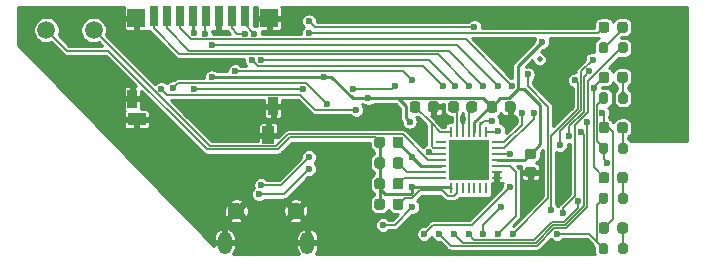
<source format=gbr>
%TF.GenerationSoftware,KiCad,Pcbnew,(5.1.9)-1*%
%TF.CreationDate,2021-08-08T21:49:21+01:00*%
%TF.ProjectId,glassphones - main pcb,676c6173-7370-4686-9f6e-6573202d206d,rev?*%
%TF.SameCoordinates,Original*%
%TF.FileFunction,Copper,L2,Bot*%
%TF.FilePolarity,Positive*%
%FSLAX46Y46*%
G04 Gerber Fmt 4.6, Leading zero omitted, Abs format (unit mm)*
G04 Created by KiCad (PCBNEW (5.1.9)-1) date 2021-08-08 21:49:21*
%MOMM*%
%LPD*%
G01*
G04 APERTURE LIST*
%TA.AperFunction,SMDPad,CuDef*%
%ADD10R,1.041400X1.549400*%
%TD*%
%TA.AperFunction,SMDPad,CuDef*%
%ADD11R,1.549400X1.041400*%
%TD*%
%TA.AperFunction,SMDPad,CuDef*%
%ADD12R,0.838200X1.549400*%
%TD*%
%TA.AperFunction,SMDPad,CuDef*%
%ADD13R,1.498600X1.498600*%
%TD*%
%TA.AperFunction,SMDPad,CuDef*%
%ADD14R,0.762000X1.803400*%
%TD*%
%TA.AperFunction,ComponentPad*%
%ADD15C,0.500000*%
%TD*%
%TA.AperFunction,ComponentPad*%
%ADD16O,1.200000X1.900000*%
%TD*%
%TA.AperFunction,ComponentPad*%
%ADD17C,1.450000*%
%TD*%
%TA.AperFunction,SMDPad,CuDef*%
%ADD18R,3.352800X3.352800*%
%TD*%
%TA.AperFunction,SMDPad,CuDef*%
%ADD19R,0.254000X0.965200*%
%TD*%
%TA.AperFunction,SMDPad,CuDef*%
%ADD20R,0.965200X0.254000*%
%TD*%
%TA.AperFunction,SMDPad,CuDef*%
%ADD21C,1.500000*%
%TD*%
%TA.AperFunction,ViaPad*%
%ADD22C,0.600000*%
%TD*%
%TA.AperFunction,Conductor*%
%ADD23C,0.127000*%
%TD*%
%TA.AperFunction,Conductor*%
%ADD24C,0.250000*%
%TD*%
%TA.AperFunction,Conductor*%
%ADD25C,0.254000*%
%TD*%
%TA.AperFunction,Conductor*%
%ADD26C,0.100000*%
%TD*%
G04 APERTURE END LIST*
D10*
%TO.P,J2,14*%
%TO.N,GND*%
X157804294Y-49381298D03*
D11*
%TO.P,J2,13*%
X146650316Y-48060300D03*
D12*
%TO.P,J2,12*%
X158205208Y-46956299D03*
%TO.P,J2,11*%
X146294792Y-46306298D03*
D13*
%TO.P,J2,10*%
X157875000Y-39481699D03*
%TO.P,J2,9*%
X146625000Y-39481699D03*
D14*
%TO.P,J2,8*%
%TO.N,SD_DAT1*%
X155800712Y-39329299D03*
%TO.P,J2,7*%
%TO.N,SD_DAT0*%
X154700711Y-39329299D03*
%TO.P,J2,6*%
%TO.N,GND*%
X153600711Y-39329299D03*
%TO.P,J2,5*%
%TO.N,SD_CLK*%
X152500711Y-39329299D03*
%TO.P,J2,4*%
%TO.N,+3V3*%
X151400713Y-39329299D03*
%TO.P,J2,3*%
%TO.N,SD_CMD*%
X150300713Y-39329299D03*
%TO.P,J2,2*%
%TO.N,SD_DAT3*%
X149200712Y-39329299D03*
%TO.P,J2,1*%
%TO.N,SD_DAT2*%
X148100712Y-39329299D03*
%TD*%
D15*
%TO.P,U3,12*%
%TO.N,N/C*%
X180775000Y-42975000D03*
%TD*%
D16*
%TO.P,J1,6*%
%TO.N,GND*%
X161100000Y-58500000D03*
X154100000Y-58500000D03*
D17*
X160100000Y-55800000D03*
X155100000Y-55800000D03*
%TD*%
D18*
%TO.P,U2,29*%
%TO.N,GND*%
X174750000Y-51500000D03*
D19*
%TO.P,U2,28*%
%TO.N,SDA*%
X176250000Y-49125100D03*
%TO.P,U2,27*%
%TO.N,SCL*%
X175750001Y-49125100D03*
%TO.P,U2,26*%
%TO.N,+3V3*%
X175249999Y-49125100D03*
%TO.P,U2,25*%
%TO.N,Net-(C1-Pad1)*%
X174750000Y-49125100D03*
%TO.P,U2,24*%
%TO.N,GND*%
X174250001Y-49125100D03*
%TO.P,U2,23*%
%TO.N,Net-(C1-Pad2)*%
X173749999Y-49125100D03*
%TO.P,U2,22*%
%TO.N,Net-(C2-Pad1)*%
X173250000Y-49125100D03*
D20*
%TO.P,U2,21*%
%TO.N,Net-(U2-Pad21)*%
X172375100Y-50000000D03*
%TO.P,U2,20*%
%TO.N,Net-(C2-Pad1)*%
X172375100Y-50499999D03*
%TO.P,U2,19*%
%TO.N,L_Audio*%
X172375100Y-51000001D03*
%TO.P,U2,18*%
%TO.N,R_Audio*%
X172375100Y-51500000D03*
%TO.P,U2,17*%
%TO.N,+3V3*%
X172375100Y-51999999D03*
%TO.P,U2,16*%
%TO.N,Net-(C4-Pad2)*%
X172375100Y-52500001D03*
%TO.P,U2,15*%
%TO.N,Net-(C3-Pad2)*%
X172375100Y-53000000D03*
D19*
%TO.P,U2,14*%
%TO.N,GNDA*%
X173250000Y-53874900D03*
%TO.P,U2,13*%
%TO.N,Net-(C5-Pad2)*%
X173749999Y-53874900D03*
%TO.P,U2,12*%
%TO.N,Net-(U2-Pad12)*%
X174250001Y-53874900D03*
%TO.P,U2,11*%
%TO.N,Net-(U2-Pad11)*%
X174750000Y-53874900D03*
%TO.P,U2,10*%
%TO.N,Net-(U2-Pad10)*%
X175249999Y-53874900D03*
%TO.P,U2,9*%
%TO.N,Net-(U2-Pad9)*%
X175750001Y-53874900D03*
%TO.P,U2,8*%
%TO.N,Net-(U2-Pad8)*%
X176250000Y-53874900D03*
D20*
%TO.P,U2,7*%
%TO.N,GND*%
X177124900Y-53000000D03*
%TO.P,U2,6*%
X177124900Y-52500001D03*
%TO.P,U2,5*%
%TO.N,MCLK*%
X177124900Y-51999999D03*
%TO.P,U2,4*%
%TO.N,+3V3*%
X177124900Y-51500000D03*
%TO.P,U2,3*%
%TO.N,DAC_DATA*%
X177124900Y-51000001D03*
%TO.P,U2,2*%
%TO.N,BCLK*%
X177124900Y-50499999D03*
%TO.P,U2,1*%
%TO.N,LRCLK*%
X177124900Y-50000000D03*
%TD*%
%TO.P,R12,2*%
%TO.N,Net-(D5-Pad1)*%
%TA.AperFunction,SMDPad,CuDef*%
G36*
G01*
X186575000Y-41725000D02*
X186575000Y-42275000D01*
G75*
G02*
X186375000Y-42475000I-200000J0D01*
G01*
X185975000Y-42475000D01*
G75*
G02*
X185775000Y-42275000I0J200000D01*
G01*
X185775000Y-41725000D01*
G75*
G02*
X185975000Y-41525000I200000J0D01*
G01*
X186375000Y-41525000D01*
G75*
G02*
X186575000Y-41725000I0J-200000D01*
G01*
G37*
%TD.AperFunction*%
%TO.P,R12,1*%
%TO.N,Net-(R12-Pad1)*%
%TA.AperFunction,SMDPad,CuDef*%
G36*
G01*
X188225000Y-41725000D02*
X188225000Y-42275000D01*
G75*
G02*
X188025000Y-42475000I-200000J0D01*
G01*
X187625000Y-42475000D01*
G75*
G02*
X187425000Y-42275000I0J200000D01*
G01*
X187425000Y-41725000D01*
G75*
G02*
X187625000Y-41525000I200000J0D01*
G01*
X188025000Y-41525000D01*
G75*
G02*
X188225000Y-41725000I0J-200000D01*
G01*
G37*
%TD.AperFunction*%
%TD*%
%TO.P,R11,2*%
%TO.N,Net-(D4-Pad1)*%
%TA.AperFunction,SMDPad,CuDef*%
G36*
G01*
X187425000Y-59275000D02*
X187425000Y-58725000D01*
G75*
G02*
X187625000Y-58525000I200000J0D01*
G01*
X188025000Y-58525000D01*
G75*
G02*
X188225000Y-58725000I0J-200000D01*
G01*
X188225000Y-59275000D01*
G75*
G02*
X188025000Y-59475000I-200000J0D01*
G01*
X187625000Y-59475000D01*
G75*
G02*
X187425000Y-59275000I0J200000D01*
G01*
G37*
%TD.AperFunction*%
%TO.P,R11,1*%
%TO.N,row2*%
%TA.AperFunction,SMDPad,CuDef*%
G36*
G01*
X185775000Y-59275000D02*
X185775000Y-58725000D01*
G75*
G02*
X185975000Y-58525000I200000J0D01*
G01*
X186375000Y-58525000D01*
G75*
G02*
X186575000Y-58725000I0J-200000D01*
G01*
X186575000Y-59275000D01*
G75*
G02*
X186375000Y-59475000I-200000J0D01*
G01*
X185975000Y-59475000D01*
G75*
G02*
X185775000Y-59275000I0J200000D01*
G01*
G37*
%TD.AperFunction*%
%TD*%
%TO.P,R10,2*%
%TO.N,Net-(D3-Pad1)*%
%TA.AperFunction,SMDPad,CuDef*%
G36*
G01*
X187425000Y-55025000D02*
X187425000Y-54475000D01*
G75*
G02*
X187625000Y-54275000I200000J0D01*
G01*
X188025000Y-54275000D01*
G75*
G02*
X188225000Y-54475000I0J-200000D01*
G01*
X188225000Y-55025000D01*
G75*
G02*
X188025000Y-55225000I-200000J0D01*
G01*
X187625000Y-55225000D01*
G75*
G02*
X187425000Y-55025000I0J200000D01*
G01*
G37*
%TD.AperFunction*%
%TO.P,R10,1*%
%TO.N,row2*%
%TA.AperFunction,SMDPad,CuDef*%
G36*
G01*
X185775000Y-55025000D02*
X185775000Y-54475000D01*
G75*
G02*
X185975000Y-54275000I200000J0D01*
G01*
X186375000Y-54275000D01*
G75*
G02*
X186575000Y-54475000I0J-200000D01*
G01*
X186575000Y-55025000D01*
G75*
G02*
X186375000Y-55225000I-200000J0D01*
G01*
X185975000Y-55225000D01*
G75*
G02*
X185775000Y-55025000I0J200000D01*
G01*
G37*
%TD.AperFunction*%
%TD*%
%TO.P,R9,2*%
%TO.N,Net-(D2-Pad1)*%
%TA.AperFunction,SMDPad,CuDef*%
G36*
G01*
X187425000Y-50775000D02*
X187425000Y-50225000D01*
G75*
G02*
X187625000Y-50025000I200000J0D01*
G01*
X188025000Y-50025000D01*
G75*
G02*
X188225000Y-50225000I0J-200000D01*
G01*
X188225000Y-50775000D01*
G75*
G02*
X188025000Y-50975000I-200000J0D01*
G01*
X187625000Y-50975000D01*
G75*
G02*
X187425000Y-50775000I0J200000D01*
G01*
G37*
%TD.AperFunction*%
%TO.P,R9,1*%
%TO.N,row1*%
%TA.AperFunction,SMDPad,CuDef*%
G36*
G01*
X185775000Y-50775000D02*
X185775000Y-50225000D01*
G75*
G02*
X185975000Y-50025000I200000J0D01*
G01*
X186375000Y-50025000D01*
G75*
G02*
X186575000Y-50225000I0J-200000D01*
G01*
X186575000Y-50775000D01*
G75*
G02*
X186375000Y-50975000I-200000J0D01*
G01*
X185975000Y-50975000D01*
G75*
G02*
X185775000Y-50775000I0J200000D01*
G01*
G37*
%TD.AperFunction*%
%TD*%
%TO.P,R8,2*%
%TO.N,Net-(D1-Pad1)*%
%TA.AperFunction,SMDPad,CuDef*%
G36*
G01*
X187425000Y-46525000D02*
X187425000Y-45975000D01*
G75*
G02*
X187625000Y-45775000I200000J0D01*
G01*
X188025000Y-45775000D01*
G75*
G02*
X188225000Y-45975000I0J-200000D01*
G01*
X188225000Y-46525000D01*
G75*
G02*
X188025000Y-46725000I-200000J0D01*
G01*
X187625000Y-46725000D01*
G75*
G02*
X187425000Y-46525000I0J200000D01*
G01*
G37*
%TD.AperFunction*%
%TO.P,R8,1*%
%TO.N,row1*%
%TA.AperFunction,SMDPad,CuDef*%
G36*
G01*
X185775000Y-46525000D02*
X185775000Y-45975000D01*
G75*
G02*
X185975000Y-45775000I200000J0D01*
G01*
X186375000Y-45775000D01*
G75*
G02*
X186575000Y-45975000I0J-200000D01*
G01*
X186575000Y-46525000D01*
G75*
G02*
X186375000Y-46725000I-200000J0D01*
G01*
X185975000Y-46725000D01*
G75*
G02*
X185775000Y-46525000I0J200000D01*
G01*
G37*
%TD.AperFunction*%
%TD*%
D21*
%TO.P,J4,1*%
%TO.N,GNDA*%
X139000000Y-40500000D03*
%TD*%
%TO.P,J3,1*%
%TO.N,R_Audio*%
X143000000Y-40500000D03*
%TD*%
%TO.P,C8,2*%
%TO.N,GND*%
%TA.AperFunction,SMDPad,CuDef*%
G36*
G01*
X179750000Y-52075000D02*
X180250000Y-52075000D01*
G75*
G02*
X180475000Y-52300000I0J-225000D01*
G01*
X180475000Y-52750000D01*
G75*
G02*
X180250000Y-52975000I-225000J0D01*
G01*
X179750000Y-52975000D01*
G75*
G02*
X179525000Y-52750000I0J225000D01*
G01*
X179525000Y-52300000D01*
G75*
G02*
X179750000Y-52075000I225000J0D01*
G01*
G37*
%TD.AperFunction*%
%TO.P,C8,1*%
%TO.N,+3V3*%
%TA.AperFunction,SMDPad,CuDef*%
G36*
G01*
X179750000Y-50525000D02*
X180250000Y-50525000D01*
G75*
G02*
X180475000Y-50750000I0J-225000D01*
G01*
X180475000Y-51200000D01*
G75*
G02*
X180250000Y-51425000I-225000J0D01*
G01*
X179750000Y-51425000D01*
G75*
G02*
X179525000Y-51200000I0J225000D01*
G01*
X179525000Y-50750000D01*
G75*
G02*
X179750000Y-50525000I225000J0D01*
G01*
G37*
%TD.AperFunction*%
%TD*%
%TO.P,C7,2*%
%TO.N,GND*%
%TA.AperFunction,SMDPad,CuDef*%
G36*
G01*
X177825000Y-47250000D02*
X177825000Y-46750000D01*
G75*
G02*
X178050000Y-46525000I225000J0D01*
G01*
X178500000Y-46525000D01*
G75*
G02*
X178725000Y-46750000I0J-225000D01*
G01*
X178725000Y-47250000D01*
G75*
G02*
X178500000Y-47475000I-225000J0D01*
G01*
X178050000Y-47475000D01*
G75*
G02*
X177825000Y-47250000I0J225000D01*
G01*
G37*
%TD.AperFunction*%
%TO.P,C7,1*%
%TO.N,+3V3*%
%TA.AperFunction,SMDPad,CuDef*%
G36*
G01*
X176275000Y-47250000D02*
X176275000Y-46750000D01*
G75*
G02*
X176500000Y-46525000I225000J0D01*
G01*
X176950000Y-46525000D01*
G75*
G02*
X177175000Y-46750000I0J-225000D01*
G01*
X177175000Y-47250000D01*
G75*
G02*
X176950000Y-47475000I-225000J0D01*
G01*
X176500000Y-47475000D01*
G75*
G02*
X176275000Y-47250000I0J225000D01*
G01*
G37*
%TD.AperFunction*%
%TD*%
%TO.P,C6,2*%
%TO.N,GNDA*%
%TA.AperFunction,SMDPad,CuDef*%
G36*
G01*
X167675000Y-49750000D02*
X167675000Y-50250000D01*
G75*
G02*
X167450000Y-50475000I-225000J0D01*
G01*
X167000000Y-50475000D01*
G75*
G02*
X166775000Y-50250000I0J225000D01*
G01*
X166775000Y-49750000D01*
G75*
G02*
X167000000Y-49525000I225000J0D01*
G01*
X167450000Y-49525000D01*
G75*
G02*
X167675000Y-49750000I0J-225000D01*
G01*
G37*
%TD.AperFunction*%
%TO.P,C6,1*%
%TO.N,+3V3*%
%TA.AperFunction,SMDPad,CuDef*%
G36*
G01*
X169225000Y-49750000D02*
X169225000Y-50250000D01*
G75*
G02*
X169000000Y-50475000I-225000J0D01*
G01*
X168550000Y-50475000D01*
G75*
G02*
X168325000Y-50250000I0J225000D01*
G01*
X168325000Y-49750000D01*
G75*
G02*
X168550000Y-49525000I225000J0D01*
G01*
X169000000Y-49525000D01*
G75*
G02*
X169225000Y-49750000I0J-225000D01*
G01*
G37*
%TD.AperFunction*%
%TD*%
%TO.P,C5,2*%
%TO.N,Net-(C5-Pad2)*%
%TA.AperFunction,SMDPad,CuDef*%
G36*
G01*
X168325000Y-55500000D02*
X168325000Y-55000000D01*
G75*
G02*
X168550000Y-54775000I225000J0D01*
G01*
X169000000Y-54775000D01*
G75*
G02*
X169225000Y-55000000I0J-225000D01*
G01*
X169225000Y-55500000D01*
G75*
G02*
X169000000Y-55725000I-225000J0D01*
G01*
X168550000Y-55725000D01*
G75*
G02*
X168325000Y-55500000I0J225000D01*
G01*
G37*
%TD.AperFunction*%
%TO.P,C5,1*%
%TO.N,GNDA*%
%TA.AperFunction,SMDPad,CuDef*%
G36*
G01*
X166775000Y-55500000D02*
X166775000Y-55000000D01*
G75*
G02*
X167000000Y-54775000I225000J0D01*
G01*
X167450000Y-54775000D01*
G75*
G02*
X167675000Y-55000000I0J-225000D01*
G01*
X167675000Y-55500000D01*
G75*
G02*
X167450000Y-55725000I-225000J0D01*
G01*
X167000000Y-55725000D01*
G75*
G02*
X166775000Y-55500000I0J225000D01*
G01*
G37*
%TD.AperFunction*%
%TD*%
%TO.P,C4,2*%
%TO.N,Net-(C4-Pad2)*%
%TA.AperFunction,SMDPad,CuDef*%
G36*
G01*
X168325000Y-52000000D02*
X168325000Y-51500000D01*
G75*
G02*
X168550000Y-51275000I225000J0D01*
G01*
X169000000Y-51275000D01*
G75*
G02*
X169225000Y-51500000I0J-225000D01*
G01*
X169225000Y-52000000D01*
G75*
G02*
X169000000Y-52225000I-225000J0D01*
G01*
X168550000Y-52225000D01*
G75*
G02*
X168325000Y-52000000I0J225000D01*
G01*
G37*
%TD.AperFunction*%
%TO.P,C4,1*%
%TO.N,GNDA*%
%TA.AperFunction,SMDPad,CuDef*%
G36*
G01*
X166775000Y-52000000D02*
X166775000Y-51500000D01*
G75*
G02*
X167000000Y-51275000I225000J0D01*
G01*
X167450000Y-51275000D01*
G75*
G02*
X167675000Y-51500000I0J-225000D01*
G01*
X167675000Y-52000000D01*
G75*
G02*
X167450000Y-52225000I-225000J0D01*
G01*
X167000000Y-52225000D01*
G75*
G02*
X166775000Y-52000000I0J225000D01*
G01*
G37*
%TD.AperFunction*%
%TD*%
%TO.P,C3,2*%
%TO.N,Net-(C3-Pad2)*%
%TA.AperFunction,SMDPad,CuDef*%
G36*
G01*
X168325000Y-53750000D02*
X168325000Y-53250000D01*
G75*
G02*
X168550000Y-53025000I225000J0D01*
G01*
X169000000Y-53025000D01*
G75*
G02*
X169225000Y-53250000I0J-225000D01*
G01*
X169225000Y-53750000D01*
G75*
G02*
X169000000Y-53975000I-225000J0D01*
G01*
X168550000Y-53975000D01*
G75*
G02*
X168325000Y-53750000I0J225000D01*
G01*
G37*
%TD.AperFunction*%
%TO.P,C3,1*%
%TO.N,GNDA*%
%TA.AperFunction,SMDPad,CuDef*%
G36*
G01*
X166775000Y-53750000D02*
X166775000Y-53250000D01*
G75*
G02*
X167000000Y-53025000I225000J0D01*
G01*
X167450000Y-53025000D01*
G75*
G02*
X167675000Y-53250000I0J-225000D01*
G01*
X167675000Y-53750000D01*
G75*
G02*
X167450000Y-53975000I-225000J0D01*
G01*
X167000000Y-53975000D01*
G75*
G02*
X166775000Y-53750000I0J225000D01*
G01*
G37*
%TD.AperFunction*%
%TD*%
%TO.P,C2,2*%
%TO.N,GND*%
%TA.AperFunction,SMDPad,CuDef*%
G36*
G01*
X171325000Y-47250000D02*
X171325000Y-46750000D01*
G75*
G02*
X171550000Y-46525000I225000J0D01*
G01*
X172000000Y-46525000D01*
G75*
G02*
X172225000Y-46750000I0J-225000D01*
G01*
X172225000Y-47250000D01*
G75*
G02*
X172000000Y-47475000I-225000J0D01*
G01*
X171550000Y-47475000D01*
G75*
G02*
X171325000Y-47250000I0J225000D01*
G01*
G37*
%TD.AperFunction*%
%TO.P,C2,1*%
%TO.N,Net-(C2-Pad1)*%
%TA.AperFunction,SMDPad,CuDef*%
G36*
G01*
X169775000Y-47250000D02*
X169775000Y-46750000D01*
G75*
G02*
X170000000Y-46525000I225000J0D01*
G01*
X170450000Y-46525000D01*
G75*
G02*
X170675000Y-46750000I0J-225000D01*
G01*
X170675000Y-47250000D01*
G75*
G02*
X170450000Y-47475000I-225000J0D01*
G01*
X170000000Y-47475000D01*
G75*
G02*
X169775000Y-47250000I0J225000D01*
G01*
G37*
%TD.AperFunction*%
%TD*%
%TO.P,C1,2*%
%TO.N,Net-(C1-Pad2)*%
%TA.AperFunction,SMDPad,CuDef*%
G36*
G01*
X173925000Y-46750000D02*
X173925000Y-47250000D01*
G75*
G02*
X173700000Y-47475000I-225000J0D01*
G01*
X173250000Y-47475000D01*
G75*
G02*
X173025000Y-47250000I0J225000D01*
G01*
X173025000Y-46750000D01*
G75*
G02*
X173250000Y-46525000I225000J0D01*
G01*
X173700000Y-46525000D01*
G75*
G02*
X173925000Y-46750000I0J-225000D01*
G01*
G37*
%TD.AperFunction*%
%TO.P,C1,1*%
%TO.N,Net-(C1-Pad1)*%
%TA.AperFunction,SMDPad,CuDef*%
G36*
G01*
X175475000Y-46750000D02*
X175475000Y-47250000D01*
G75*
G02*
X175250000Y-47475000I-225000J0D01*
G01*
X174800000Y-47475000D01*
G75*
G02*
X174575000Y-47250000I0J225000D01*
G01*
X174575000Y-46750000D01*
G75*
G02*
X174800000Y-46525000I225000J0D01*
G01*
X175250000Y-46525000D01*
G75*
G02*
X175475000Y-46750000I0J-225000D01*
G01*
G37*
%TD.AperFunction*%
%TD*%
%TO.P,D5,2*%
%TO.N,usb_5v*%
%TA.AperFunction,SMDPad,CuDef*%
G36*
G01*
X186650000Y-39993750D02*
X186650000Y-40506250D01*
G75*
G02*
X186431250Y-40725000I-218750J0D01*
G01*
X185993750Y-40725000D01*
G75*
G02*
X185775000Y-40506250I0J218750D01*
G01*
X185775000Y-39993750D01*
G75*
G02*
X185993750Y-39775000I218750J0D01*
G01*
X186431250Y-39775000D01*
G75*
G02*
X186650000Y-39993750I0J-218750D01*
G01*
G37*
%TD.AperFunction*%
%TO.P,D5,1*%
%TO.N,Net-(D5-Pad1)*%
%TA.AperFunction,SMDPad,CuDef*%
G36*
G01*
X188225000Y-39993750D02*
X188225000Y-40506250D01*
G75*
G02*
X188006250Y-40725000I-218750J0D01*
G01*
X187568750Y-40725000D01*
G75*
G02*
X187350000Y-40506250I0J218750D01*
G01*
X187350000Y-39993750D01*
G75*
G02*
X187568750Y-39775000I218750J0D01*
G01*
X188006250Y-39775000D01*
G75*
G02*
X188225000Y-39993750I0J-218750D01*
G01*
G37*
%TD.AperFunction*%
%TD*%
%TO.P,D4,2*%
%TO.N,Lcol2*%
%TA.AperFunction,SMDPad,CuDef*%
G36*
G01*
X186650000Y-56993750D02*
X186650000Y-57506250D01*
G75*
G02*
X186431250Y-57725000I-218750J0D01*
G01*
X185993750Y-57725000D01*
G75*
G02*
X185775000Y-57506250I0J218750D01*
G01*
X185775000Y-56993750D01*
G75*
G02*
X185993750Y-56775000I218750J0D01*
G01*
X186431250Y-56775000D01*
G75*
G02*
X186650000Y-56993750I0J-218750D01*
G01*
G37*
%TD.AperFunction*%
%TO.P,D4,1*%
%TO.N,Net-(D4-Pad1)*%
%TA.AperFunction,SMDPad,CuDef*%
G36*
G01*
X188225000Y-56993750D02*
X188225000Y-57506250D01*
G75*
G02*
X188006250Y-57725000I-218750J0D01*
G01*
X187568750Y-57725000D01*
G75*
G02*
X187350000Y-57506250I0J218750D01*
G01*
X187350000Y-56993750D01*
G75*
G02*
X187568750Y-56775000I218750J0D01*
G01*
X188006250Y-56775000D01*
G75*
G02*
X188225000Y-56993750I0J-218750D01*
G01*
G37*
%TD.AperFunction*%
%TD*%
%TO.P,D3,2*%
%TO.N,Lcol1*%
%TA.AperFunction,SMDPad,CuDef*%
G36*
G01*
X186650000Y-52743750D02*
X186650000Y-53256250D01*
G75*
G02*
X186431250Y-53475000I-218750J0D01*
G01*
X185993750Y-53475000D01*
G75*
G02*
X185775000Y-53256250I0J218750D01*
G01*
X185775000Y-52743750D01*
G75*
G02*
X185993750Y-52525000I218750J0D01*
G01*
X186431250Y-52525000D01*
G75*
G02*
X186650000Y-52743750I0J-218750D01*
G01*
G37*
%TD.AperFunction*%
%TO.P,D3,1*%
%TO.N,Net-(D3-Pad1)*%
%TA.AperFunction,SMDPad,CuDef*%
G36*
G01*
X188225000Y-52743750D02*
X188225000Y-53256250D01*
G75*
G02*
X188006250Y-53475000I-218750J0D01*
G01*
X187568750Y-53475000D01*
G75*
G02*
X187350000Y-53256250I0J218750D01*
G01*
X187350000Y-52743750D01*
G75*
G02*
X187568750Y-52525000I218750J0D01*
G01*
X188006250Y-52525000D01*
G75*
G02*
X188225000Y-52743750I0J-218750D01*
G01*
G37*
%TD.AperFunction*%
%TD*%
%TO.P,D2,2*%
%TO.N,Lcol2*%
%TA.AperFunction,SMDPad,CuDef*%
G36*
G01*
X186650000Y-48493750D02*
X186650000Y-49006250D01*
G75*
G02*
X186431250Y-49225000I-218750J0D01*
G01*
X185993750Y-49225000D01*
G75*
G02*
X185775000Y-49006250I0J218750D01*
G01*
X185775000Y-48493750D01*
G75*
G02*
X185993750Y-48275000I218750J0D01*
G01*
X186431250Y-48275000D01*
G75*
G02*
X186650000Y-48493750I0J-218750D01*
G01*
G37*
%TD.AperFunction*%
%TO.P,D2,1*%
%TO.N,Net-(D2-Pad1)*%
%TA.AperFunction,SMDPad,CuDef*%
G36*
G01*
X188225000Y-48493750D02*
X188225000Y-49006250D01*
G75*
G02*
X188006250Y-49225000I-218750J0D01*
G01*
X187568750Y-49225000D01*
G75*
G02*
X187350000Y-49006250I0J218750D01*
G01*
X187350000Y-48493750D01*
G75*
G02*
X187568750Y-48275000I218750J0D01*
G01*
X188006250Y-48275000D01*
G75*
G02*
X188225000Y-48493750I0J-218750D01*
G01*
G37*
%TD.AperFunction*%
%TD*%
%TO.P,D1,2*%
%TO.N,Lcol1*%
%TA.AperFunction,SMDPad,CuDef*%
G36*
G01*
X186650000Y-44243750D02*
X186650000Y-44756250D01*
G75*
G02*
X186431250Y-44975000I-218750J0D01*
G01*
X185993750Y-44975000D01*
G75*
G02*
X185775000Y-44756250I0J218750D01*
G01*
X185775000Y-44243750D01*
G75*
G02*
X185993750Y-44025000I218750J0D01*
G01*
X186431250Y-44025000D01*
G75*
G02*
X186650000Y-44243750I0J-218750D01*
G01*
G37*
%TD.AperFunction*%
%TO.P,D1,1*%
%TO.N,Net-(D1-Pad1)*%
%TA.AperFunction,SMDPad,CuDef*%
G36*
G01*
X188225000Y-44243750D02*
X188225000Y-44756250D01*
G75*
G02*
X188006250Y-44975000I-218750J0D01*
G01*
X187568750Y-44975000D01*
G75*
G02*
X187350000Y-44756250I0J218750D01*
G01*
X187350000Y-44243750D01*
G75*
G02*
X187568750Y-44025000I218750J0D01*
G01*
X188006250Y-44025000D01*
G75*
G02*
X188225000Y-44243750I0J-218750D01*
G01*
G37*
%TD.AperFunction*%
%TD*%
D22*
%TO.N,row2*%
X151500000Y-45490500D03*
X160750000Y-45500000D03*
X182250000Y-57750000D03*
%TO.N,Bcol2*%
X168500000Y-45250000D03*
X168500000Y-45250000D03*
X165000000Y-45490500D03*
%TO.N,Bcol3*%
X149750000Y-45400000D03*
X162750000Y-46750000D03*
%TO.N,row1*%
X186500000Y-51750000D03*
X174750000Y-57750000D03*
X184000000Y-55000000D03*
%TO.N,BOOT+SD_PULLUP*%
X178500000Y-57750000D03*
X179750000Y-44250000D03*
X161250000Y-39750000D03*
X175250000Y-40250000D03*
%TO.N,GND*%
X182750000Y-52000000D03*
X174000000Y-52250000D03*
X175500000Y-52250000D03*
X174000000Y-50750000D03*
X175500000Y-50750000D03*
X162250000Y-48500000D03*
X174250000Y-48000000D03*
X173250000Y-48000000D03*
X178250000Y-48000000D03*
X153750000Y-40750000D03*
X152200000Y-44250000D03*
X190000000Y-39000000D03*
X186500000Y-39000000D03*
X180000000Y-53750000D03*
X175000000Y-55000000D03*
X169750000Y-59000000D03*
X169750000Y-58000000D03*
X192750000Y-49500000D03*
X189200000Y-49500000D03*
X172950000Y-39400000D03*
X173950000Y-39400000D03*
X179250000Y-41750000D03*
X184750000Y-41500000D03*
X153750000Y-49250000D03*
X158750000Y-52000000D03*
X137000000Y-39000000D03*
X137000000Y-41500000D03*
X150750000Y-55500000D03*
X140000000Y-44750000D03*
X146600000Y-51200000D03*
X143500000Y-48250000D03*
X164750000Y-54000000D03*
X170000000Y-39250000D03*
X169000000Y-39250000D03*
X164250000Y-39250000D03*
X163250000Y-39250000D03*
X164500000Y-48500000D03*
X170750000Y-49750000D03*
X170750000Y-48750000D03*
X180000000Y-54750000D03*
X179250000Y-39500000D03*
X184750000Y-40000000D03*
X192750000Y-45750000D03*
X192750000Y-41750000D03*
X189200000Y-46000000D03*
X156750000Y-52000000D03*
X156750000Y-47000000D03*
X159500000Y-47000000D03*
X182250000Y-47750000D03*
X171250000Y-55000000D03*
X165750000Y-59000000D03*
X149500000Y-42800000D03*
X147750000Y-42200000D03*
X152250000Y-51250000D03*
X148750000Y-48000000D03*
X144000000Y-43250000D03*
X164500000Y-50500000D03*
X162250000Y-50500000D03*
X181000000Y-44000000D03*
X187000000Y-47750000D03*
X182750000Y-54000000D03*
X144600000Y-39000000D03*
X162250000Y-54000000D03*
X152250000Y-52750000D03*
X189200000Y-41800000D03*
X182750000Y-43000000D03*
X192750000Y-39000000D03*
%TO.N,Bcol1*%
X170000000Y-44750000D03*
X155000000Y-43948000D03*
%TO.N,+3V3*%
X151500000Y-40750000D03*
X153000000Y-44500000D03*
X166272990Y-46272990D03*
X181000000Y-41500000D03*
X162500000Y-44438500D03*
X170000000Y-51250000D03*
X169750000Y-48250000D03*
%TO.N,Lcol1*%
X185330481Y-45382019D03*
%TO.N,Lcol2*%
X186074990Y-47500000D03*
%TO.N,usb_d+*%
X157200000Y-53600000D03*
X161250000Y-51250000D03*
%TO.N,usb_5v*%
X161250000Y-40750000D03*
%TO.N,usb_d-*%
X157000000Y-54400000D03*
X161250000Y-52250000D03*
%TO.N,SD_DAT1*%
X173600000Y-45200000D03*
X156600000Y-40800000D03*
X157200000Y-43016012D03*
%TO.N,SD_DAT0*%
X172600000Y-45200000D03*
X155800000Y-40800000D03*
X156400000Y-43016012D03*
%TO.N,SD_CLK*%
X177200000Y-45200000D03*
X153000000Y-41781001D03*
X152400000Y-40800000D03*
%TO.N,SD_CMD*%
X178400000Y-45200000D03*
%TO.N,SD_DAT3*%
X176000000Y-45200000D03*
%TO.N,SD_DAT2*%
X174800000Y-45200000D03*
%TO.N,L_Audio*%
X171427685Y-50855628D03*
X183250000Y-49500000D03*
X184982522Y-43982522D03*
%TO.N,Net-(R12-Pad1)*%
X182750000Y-55969151D03*
X170000000Y-55489450D03*
X167500000Y-57000000D03*
%TO.N,RST*%
X148750000Y-45500000D03*
X165250000Y-47250000D03*
%TO.N,DAC_DATA*%
X171000000Y-57750000D03*
X178250000Y-53750000D03*
X178250000Y-50948000D03*
%TO.N,SCL*%
X172250000Y-57750000D03*
X176750000Y-48190501D03*
X184750000Y-48250000D03*
%TO.N,SDA*%
X173500000Y-57750000D03*
X177250000Y-49000000D03*
X184242047Y-49157613D03*
%TO.N,MIC_DATA*%
X176000000Y-57750000D03*
X181750000Y-55715141D03*
X177500000Y-55489452D03*
X183750000Y-44750000D03*
%TO.N,MCLK*%
X177250000Y-57750000D03*
%TO.N,BCLK*%
X180250000Y-47500000D03*
%TO.N,LRCLK*%
X179250000Y-47500000D03*
%TO.N,GNDA*%
X182500000Y-50250000D03*
X170000000Y-53750000D03*
X185250000Y-43000000D03*
%TD*%
D23*
%TO.N,row2*%
X185584490Y-58409490D02*
X186175000Y-59000000D01*
X185584490Y-55340510D02*
X185584490Y-58409490D01*
X186175000Y-54750000D02*
X185584490Y-55340510D01*
X160740500Y-45490500D02*
X160750000Y-45500000D01*
X151500000Y-45490500D02*
X160740500Y-45490500D01*
X184925000Y-57750000D02*
X186175000Y-59000000D01*
X182250000Y-57750000D02*
X184925000Y-57750000D01*
%TO.N,Bcol2*%
X168259500Y-45490500D02*
X168500000Y-45250000D01*
X165000000Y-45490500D02*
X168259500Y-45490500D01*
%TO.N,Bcol3*%
X161000000Y-45000000D02*
X162750000Y-46750000D01*
X150150000Y-45000000D02*
X161000000Y-45000000D01*
X149750000Y-45400000D02*
X150150000Y-45000000D01*
%TO.N,row1*%
X185584490Y-49909490D02*
X186175000Y-50500000D01*
X185584490Y-46840510D02*
X185584490Y-49909490D01*
X186175000Y-46250000D02*
X185584490Y-46840510D01*
X186175000Y-51425000D02*
X186500000Y-51750000D01*
X186175000Y-50500000D02*
X186175000Y-51425000D01*
X175240501Y-58240501D02*
X179009499Y-58240501D01*
X174750000Y-57750000D02*
X175240501Y-58240501D01*
X179009499Y-58240501D02*
X180315109Y-58240501D01*
X181813630Y-56741980D02*
X182789572Y-56741980D01*
X180315109Y-58240501D02*
X181813630Y-56741980D01*
X182789572Y-56741980D02*
X183140776Y-56390776D01*
X184000000Y-55531552D02*
X184000000Y-55000000D01*
X183140776Y-56390776D02*
X184000000Y-55531552D01*
%TO.N,BOOT+SD_PULLUP*%
X179750000Y-44250000D02*
X179750000Y-45225942D01*
X178500000Y-57750000D02*
X181495990Y-54754010D01*
X181495990Y-46971932D02*
X181495990Y-54754010D01*
X179750000Y-45225942D02*
X181495990Y-46971932D01*
X161750000Y-40250000D02*
X175250000Y-40250000D01*
X161250000Y-39750000D02*
X161750000Y-40250000D01*
%TO.N,GND*%
X174250001Y-48250001D02*
X174250000Y-48250000D01*
X174250000Y-49125099D02*
X174250001Y-49125100D01*
X174250000Y-48000000D02*
X174250000Y-49125099D01*
X177124900Y-52500001D02*
X177124900Y-53000000D01*
X178250000Y-47025000D02*
X178275000Y-47000000D01*
X178250000Y-48000000D02*
X178250000Y-47025000D01*
D24*
X153600711Y-40600711D02*
X153750000Y-40750000D01*
X153600711Y-39329299D02*
X153600711Y-40600711D01*
D23*
%TO.N,Bcol1*%
X169198000Y-43948000D02*
X170000000Y-44750000D01*
X155000000Y-43948000D02*
X169198000Y-43948000D01*
%TO.N,Net-(C1-Pad2)*%
X173749999Y-47274999D02*
X173749999Y-49125100D01*
X173475000Y-47000000D02*
X173749999Y-47274999D01*
%TO.N,Net-(C1-Pad1)*%
X174750000Y-47275000D02*
X174750000Y-49125100D01*
X175025000Y-47000000D02*
X174750000Y-47275000D01*
%TO.N,Net-(C2-Pad1)*%
X172350100Y-49125100D02*
X173250000Y-49125100D01*
X171612500Y-50346999D02*
X171612500Y-48387500D01*
X171765500Y-50499999D02*
X171612500Y-50346999D01*
X172375100Y-50499999D02*
X171765500Y-50499999D01*
X171612500Y-48387500D02*
X172350100Y-49125100D01*
X170225000Y-47000000D02*
X171612500Y-48387500D01*
%TO.N,Net-(C3-Pad2)*%
X169275000Y-53000000D02*
X168775000Y-53500000D01*
X172375100Y-53000000D02*
X169275000Y-53000000D01*
%TO.N,Net-(C4-Pad2)*%
X169525001Y-52500001D02*
X168775000Y-51750000D01*
X172375100Y-52500001D02*
X169525001Y-52500001D01*
%TO.N,Net-(C5-Pad2)*%
X169326723Y-54698277D02*
X168775000Y-55250000D01*
X169997922Y-54698276D02*
X170630688Y-54065510D01*
X169326723Y-54698277D02*
X169997922Y-54698276D01*
X170630688Y-54065510D02*
X172500000Y-54065510D01*
X173749999Y-54327403D02*
X173749999Y-53874900D01*
X173529401Y-54548001D02*
X173749999Y-54327403D01*
X172970599Y-54548001D02*
X173529401Y-54548001D01*
X172500000Y-54077402D02*
X172970599Y-54548001D01*
X172500000Y-54065510D02*
X172500000Y-54077402D01*
D24*
%TO.N,+3V3*%
X151400713Y-40650713D02*
X151500000Y-40750000D01*
X151400713Y-39329299D02*
X151400713Y-40650713D01*
D23*
X176725000Y-47000000D02*
X176750000Y-47000000D01*
X176504406Y-47000000D02*
X176725000Y-47000000D01*
D24*
X176553802Y-47000000D02*
X176725000Y-47000000D01*
X175249999Y-48303803D02*
X176553802Y-47000000D01*
X175249999Y-49125100D02*
X175249999Y-48303803D01*
X176725000Y-47000000D02*
X175997990Y-46272990D01*
X177452010Y-46272990D02*
X176725000Y-47000000D01*
X178143972Y-46272990D02*
X177452010Y-46272990D01*
X178952001Y-45464961D02*
X178143972Y-46272990D01*
X178952001Y-43547999D02*
X178952001Y-45464961D01*
X181000000Y-41500000D02*
X178952001Y-43547999D01*
X180802001Y-50172999D02*
X180000000Y-50975000D01*
X179464961Y-45464961D02*
X180802001Y-46802001D01*
X180802001Y-46802001D02*
X180802001Y-50172999D01*
X178952001Y-45464961D02*
X179464961Y-45464961D01*
X179475000Y-51500000D02*
X180000000Y-50975000D01*
X177124900Y-51500000D02*
X179475000Y-51500000D01*
X163131038Y-44438500D02*
X162500000Y-44438500D01*
X164965528Y-46272990D02*
X163131038Y-44438500D01*
X166272990Y-46272990D02*
X164965528Y-46272990D01*
X162438500Y-44500000D02*
X162500000Y-44438500D01*
X153000000Y-44500000D02*
X162438500Y-44500000D01*
X170749999Y-51999999D02*
X170000000Y-51250000D01*
X172375100Y-51999999D02*
X170749999Y-51999999D01*
X169450001Y-46950001D02*
X168772990Y-46272990D01*
X169450001Y-47950001D02*
X169450001Y-46950001D01*
X169750000Y-48250000D02*
X169450001Y-47950001D01*
X168772990Y-46272990D02*
X166272990Y-46272990D01*
X175997990Y-46272990D02*
X168772990Y-46272990D01*
X170000000Y-51225000D02*
X168775000Y-50000000D01*
X170000000Y-51250000D02*
X170000000Y-51225000D01*
D23*
%TO.N,Lcol1*%
X185330481Y-52117981D02*
X186212500Y-53000000D01*
X185330481Y-45382019D02*
X185330481Y-52117981D01*
X186212500Y-44500000D02*
X185481250Y-45231250D01*
X185481250Y-45231250D02*
X185330481Y-45382019D01*
%TO.N,Net-(D1-Pad1)*%
X187787500Y-46212500D02*
X187825000Y-46250000D01*
X187787500Y-44500000D02*
X187787500Y-46212500D01*
%TO.N,Lcol2*%
X186990501Y-56471999D02*
X186212500Y-57250000D01*
X186990501Y-49090501D02*
X186990501Y-56471999D01*
X186650000Y-48750000D02*
X186990501Y-49090501D01*
X186212500Y-48750000D02*
X186650000Y-48750000D01*
X186212500Y-47637510D02*
X186074990Y-47500000D01*
X186212500Y-48750000D02*
X186212500Y-47637510D01*
%TO.N,Net-(D2-Pad1)*%
X187787500Y-50462500D02*
X187825000Y-50500000D01*
X187787500Y-48750000D02*
X187787500Y-50462500D01*
%TO.N,Net-(D3-Pad1)*%
X187787500Y-54712500D02*
X187825000Y-54750000D01*
X187787500Y-53000000D02*
X187787500Y-54712500D01*
%TO.N,Net-(D4-Pad1)*%
X187787500Y-58962500D02*
X187825000Y-59000000D01*
X187787500Y-57250000D02*
X187787500Y-58962500D01*
%TO.N,Net-(D5-Pad1)*%
X187787500Y-40387500D02*
X186175000Y-42000000D01*
X187787500Y-40250000D02*
X187787500Y-40387500D01*
%TO.N,usb_d+*%
X158900000Y-53600000D02*
X161250000Y-51250000D01*
X157200000Y-53600000D02*
X158900000Y-53600000D01*
%TO.N,usb_5v*%
X185712500Y-40750000D02*
X186212500Y-40250000D01*
X161250000Y-40750000D02*
X185712500Y-40750000D01*
%TO.N,usb_d-*%
X158850000Y-54400000D02*
X157000000Y-54400000D01*
X159100000Y-54400000D02*
X158850000Y-54400000D01*
X161250000Y-52250000D02*
X159100000Y-54400000D01*
%TO.N,SD_DAT1*%
X155800712Y-39329299D02*
X155800712Y-39800712D01*
X155800712Y-40000712D02*
X156600000Y-40800000D01*
X155800712Y-39329299D02*
X155800712Y-40000712D01*
X171416012Y-43016012D02*
X157800000Y-43016012D01*
X173600000Y-45200000D02*
X171416012Y-43016012D01*
X157800000Y-43016012D02*
X157200000Y-43016012D01*
%TO.N,SD_DAT0*%
X155142712Y-40800000D02*
X155800000Y-40800000D01*
X154700711Y-40357999D02*
X155142712Y-40800000D01*
X154700711Y-39329299D02*
X154700711Y-40357999D01*
X170906513Y-43506513D02*
X172600000Y-45200000D01*
X156890501Y-43506513D02*
X170906513Y-43506513D01*
X156400000Y-43016012D02*
X156890501Y-43506513D01*
%TO.N,SD_CLK*%
X173781001Y-41781001D02*
X153000000Y-41781001D01*
X177200000Y-45200000D02*
X173781001Y-41781001D01*
X152400000Y-39430010D02*
X152500711Y-39329299D01*
X152400000Y-40800000D02*
X152400000Y-39430010D01*
%TO.N,SD_CMD*%
X151233215Y-41290501D02*
X150300713Y-40357999D01*
X174490501Y-41290501D02*
X151233215Y-41290501D01*
X150300713Y-40357999D02*
X150300713Y-39329299D01*
X178400000Y-45200000D02*
X174490501Y-41290501D01*
%TO.N,SD_DAT3*%
X149200712Y-40357999D02*
X149200712Y-39329299D01*
X151114215Y-42271502D02*
X149200712Y-40357999D01*
X173071502Y-42271502D02*
X151114215Y-42271502D01*
X176000000Y-45200000D02*
X173071502Y-42271502D01*
%TO.N,SD_DAT2*%
X148100712Y-40357999D02*
X148100712Y-39329299D01*
X150268225Y-42525512D02*
X148100712Y-40357999D01*
X172125512Y-42525512D02*
X150268225Y-42525512D01*
X174800000Y-45200000D02*
X172125512Y-42525512D01*
%TO.N,R_Audio*%
X143000000Y-40500000D02*
X152846499Y-50346499D01*
X158477395Y-50346499D02*
X152846499Y-50346499D01*
X159489404Y-49334490D02*
X158477395Y-50346499D01*
X169180605Y-49334490D02*
X159489404Y-49334490D01*
X171346115Y-51500000D02*
X169180605Y-49334490D01*
X172375100Y-51500000D02*
X171346115Y-51500000D01*
%TO.N,L_Audio*%
X171572058Y-51000001D02*
X171427685Y-50855628D01*
X172375100Y-51000001D02*
X171572058Y-51000001D01*
X183250000Y-48640776D02*
X183250000Y-49500000D01*
X184500000Y-47390776D02*
X183250000Y-48640776D01*
X184500000Y-44465044D02*
X184982522Y-43982522D01*
X184500000Y-47390776D02*
X184500000Y-44465044D01*
%TO.N,Net-(R12-Pad1)*%
X187787500Y-41962500D02*
X187825000Y-42000000D01*
X182750000Y-55524058D02*
X183751546Y-54522512D01*
X182750000Y-55969151D02*
X182750000Y-55524058D01*
X168489450Y-57000000D02*
X167500000Y-57000000D01*
X170000000Y-55489450D02*
X168489450Y-57000000D01*
X183751546Y-48498454D02*
X183751546Y-54522512D01*
X184839980Y-47410020D02*
X183751546Y-48498454D01*
X184839980Y-47410020D02*
X184839980Y-44818736D01*
X187658716Y-42000000D02*
X187825000Y-42000000D01*
X184839980Y-44818736D02*
X187658716Y-42000000D01*
%TO.N,RST*%
X149231001Y-45981001D02*
X148750000Y-45500000D01*
X160505059Y-45981001D02*
X149231001Y-45981001D01*
X161774058Y-47250000D02*
X165250000Y-47250000D01*
X160505059Y-45981001D02*
X161774058Y-47250000D01*
%TO.N,DAC_DATA*%
X171000000Y-57750000D02*
X171750000Y-57000000D01*
X171750000Y-57000000D02*
X175000000Y-57000000D01*
X175000000Y-57000000D02*
X178250000Y-53750000D01*
X177124901Y-51000000D02*
X177124900Y-51000001D01*
X178197999Y-51000001D02*
X178250000Y-50948000D01*
X177124900Y-51000001D02*
X178197999Y-51000001D01*
%TO.N,SCL*%
X175750001Y-48250001D02*
X175750000Y-48250000D01*
X176075000Y-48190501D02*
X176750000Y-48190501D01*
X175750001Y-48515500D02*
X176075000Y-48190501D01*
X175750001Y-49125100D02*
X175750001Y-48515500D01*
X182024058Y-57250000D02*
X180525539Y-58748519D01*
X183000000Y-57250000D02*
X182024058Y-57250000D01*
X184750000Y-55500000D02*
X183000000Y-57250000D01*
X184750000Y-48250000D02*
X184750000Y-55500000D01*
X173248519Y-58748519D02*
X172250000Y-57750000D01*
X180525539Y-58748519D02*
X173248519Y-58748519D01*
%TO.N,SDA*%
X176250000Y-49125100D02*
X176250000Y-48750000D01*
X177124900Y-49125100D02*
X177250000Y-49000000D01*
X176250000Y-49125100D02*
X177124900Y-49125100D01*
X180420324Y-58494510D02*
X174244510Y-58494510D01*
X181918844Y-56995990D02*
X180420324Y-58494510D01*
X182894786Y-56995990D02*
X181918844Y-56995990D01*
X184495990Y-55394786D02*
X182894786Y-56995990D01*
X174244510Y-58494510D02*
X173500000Y-57750000D01*
X184495990Y-49411556D02*
X184495990Y-55394786D01*
X184242047Y-49157613D02*
X184495990Y-49411556D01*
%TO.N,MIC_DATA*%
X176000000Y-56989452D02*
X176000000Y-57750000D01*
X177500000Y-55489452D02*
X176000000Y-56989452D01*
X181750000Y-49422328D02*
X183991980Y-47180348D01*
X181750000Y-55715141D02*
X181750000Y-49422328D01*
X183991980Y-44991980D02*
X183750000Y-44750000D01*
X183991980Y-47180348D02*
X183991980Y-44991980D01*
%TO.N,MCLK*%
X177124900Y-51999999D02*
X178249999Y-51999999D01*
X178740501Y-56259499D02*
X177250000Y-57750000D01*
X178740501Y-52490501D02*
X178740501Y-56259499D01*
X178249999Y-51999999D02*
X178740501Y-52490501D01*
%TO.N,BCLK*%
X180250000Y-47984499D02*
X180250000Y-47500000D01*
X177734500Y-50499999D02*
X180250000Y-47984499D01*
X177124900Y-50499999D02*
X177734500Y-50499999D01*
%TO.N,LRCLK*%
X177124900Y-50000000D02*
X177750000Y-50000000D01*
X179250000Y-48500000D02*
X177750000Y-50000000D01*
X179250000Y-47500000D02*
X179250000Y-48500000D01*
D24*
%TO.N,GNDA*%
X167225000Y-55250000D02*
X167225000Y-53500000D01*
X167225000Y-51750000D02*
X167225000Y-53500000D01*
X167225000Y-51750000D02*
X167225000Y-50000000D01*
D23*
X140750000Y-42250000D02*
X139000000Y-40500000D01*
X144250000Y-42250000D02*
X140750000Y-42250000D01*
X152600509Y-50600509D02*
X144250000Y-42250000D01*
D24*
X167225000Y-53975000D02*
X167632767Y-54382767D01*
X167225000Y-53500000D02*
X167225000Y-53975000D01*
X167632767Y-54382767D02*
X169867233Y-54382767D01*
X170000000Y-54250000D02*
X169867233Y-54382767D01*
X170000000Y-53750000D02*
X170000000Y-54250000D01*
D23*
X182500000Y-49031552D02*
X184245990Y-47285562D01*
X182500000Y-50250000D02*
X182500000Y-49031552D01*
D24*
X173125100Y-53750000D02*
X173250000Y-53874900D01*
X170000000Y-53750000D02*
X173125100Y-53750000D01*
D23*
X152600509Y-50600509D02*
X158582610Y-50600508D01*
X158582610Y-50600508D02*
X159594618Y-49588500D01*
X166813500Y-49588500D02*
X167225000Y-50000000D01*
X159594618Y-49588500D02*
X166813500Y-49588500D01*
X184245990Y-47285562D02*
X184245990Y-43993112D01*
X184256888Y-43993112D02*
X185250000Y-43000000D01*
X184245990Y-43993112D02*
X184256888Y-43993112D01*
%TD*%
D25*
%TO.N,GND*%
X145572130Y-38606656D02*
X145553432Y-38668296D01*
X145547118Y-38732399D01*
X145548700Y-39272949D01*
X145630450Y-39354699D01*
X146498000Y-39354699D01*
X146498000Y-39334699D01*
X146752000Y-39334699D01*
X146752000Y-39354699D01*
X146772000Y-39354699D01*
X146772000Y-39608699D01*
X146752000Y-39608699D01*
X146752000Y-40476249D01*
X146833750Y-40557999D01*
X147374300Y-40559581D01*
X147438403Y-40553267D01*
X147496613Y-40535610D01*
X147509249Y-40545980D01*
X147574742Y-40580987D01*
X147645807Y-40602544D01*
X147719712Y-40609823D01*
X147737530Y-40609823D01*
X147787725Y-40670986D01*
X147804534Y-40684781D01*
X149941445Y-42821693D01*
X149955238Y-42838499D01*
X150022312Y-42893546D01*
X150098837Y-42934450D01*
X150181872Y-42959638D01*
X150246589Y-42966012D01*
X150246598Y-42966012D01*
X150268224Y-42968142D01*
X150289850Y-42966012D01*
X155723000Y-42966012D01*
X155723000Y-43082691D01*
X155749016Y-43213486D01*
X155800050Y-43336692D01*
X155874140Y-43447575D01*
X155934065Y-43507500D01*
X155516923Y-43507500D01*
X155431563Y-43422140D01*
X155320680Y-43348050D01*
X155197474Y-43297016D01*
X155066679Y-43271000D01*
X154933321Y-43271000D01*
X154802526Y-43297016D01*
X154679320Y-43348050D01*
X154568437Y-43422140D01*
X154474140Y-43516437D01*
X154400050Y-43627320D01*
X154349016Y-43750526D01*
X154323000Y-43881321D01*
X154323000Y-43998000D01*
X153455423Y-43998000D01*
X153431563Y-43974140D01*
X153320680Y-43900050D01*
X153197474Y-43849016D01*
X153066679Y-43823000D01*
X152933321Y-43823000D01*
X152802526Y-43849016D01*
X152679320Y-43900050D01*
X152568437Y-43974140D01*
X152474140Y-44068437D01*
X152400050Y-44179320D01*
X152349016Y-44302526D01*
X152323000Y-44433321D01*
X152323000Y-44559500D01*
X150171625Y-44559500D01*
X150149999Y-44557370D01*
X150128373Y-44559500D01*
X150128364Y-44559500D01*
X150063647Y-44565874D01*
X149980612Y-44591062D01*
X149904087Y-44631966D01*
X149837013Y-44687013D01*
X149823222Y-44703817D01*
X149804039Y-44723000D01*
X149683321Y-44723000D01*
X149552526Y-44749016D01*
X149429320Y-44800050D01*
X149318437Y-44874140D01*
X149224140Y-44968437D01*
X149204802Y-44997379D01*
X149181563Y-44974140D01*
X149070680Y-44900050D01*
X148947474Y-44849016D01*
X148816679Y-44823000D01*
X148683321Y-44823000D01*
X148552526Y-44849016D01*
X148429320Y-44900050D01*
X148318437Y-44974140D01*
X148224140Y-45068437D01*
X148211025Y-45088065D01*
X144045029Y-40922069D01*
X144083690Y-40828734D01*
X144127000Y-40611000D01*
X144127000Y-40389000D01*
X144095572Y-40230999D01*
X145547118Y-40230999D01*
X145553432Y-40295102D01*
X145572130Y-40356742D01*
X145602494Y-40413549D01*
X145643357Y-40463342D01*
X145693150Y-40504205D01*
X145749957Y-40534569D01*
X145811597Y-40553267D01*
X145875700Y-40559581D01*
X146416250Y-40557999D01*
X146498000Y-40476249D01*
X146498000Y-39608699D01*
X145630450Y-39608699D01*
X145548700Y-39690449D01*
X145547118Y-40230999D01*
X144095572Y-40230999D01*
X144083690Y-40171266D01*
X143998734Y-39966165D01*
X143875398Y-39781579D01*
X143718421Y-39624602D01*
X143533835Y-39501266D01*
X143328734Y-39416310D01*
X143111000Y-39373000D01*
X142889000Y-39373000D01*
X142671266Y-39416310D01*
X142466165Y-39501266D01*
X142281579Y-39624602D01*
X142124602Y-39781579D01*
X142001266Y-39966165D01*
X141916310Y-40171266D01*
X141873000Y-40389000D01*
X141873000Y-40611000D01*
X141916310Y-40828734D01*
X142001266Y-41033835D01*
X142124602Y-41218421D01*
X142281579Y-41375398D01*
X142466165Y-41498734D01*
X142671266Y-41583690D01*
X142889000Y-41627000D01*
X143111000Y-41627000D01*
X143328734Y-41583690D01*
X143422069Y-41545029D01*
X143686540Y-41809500D01*
X140932461Y-41809500D01*
X140045029Y-40922069D01*
X140083690Y-40828734D01*
X140127000Y-40611000D01*
X140127000Y-40389000D01*
X140083690Y-40171266D01*
X139998734Y-39966165D01*
X139875398Y-39781579D01*
X139718421Y-39624602D01*
X139533835Y-39501266D01*
X139328734Y-39416310D01*
X139111000Y-39373000D01*
X138889000Y-39373000D01*
X138671266Y-39416310D01*
X138466165Y-39501266D01*
X138281579Y-39624602D01*
X138124602Y-39781579D01*
X138001266Y-39966165D01*
X137916310Y-40171266D01*
X137873000Y-40389000D01*
X137873000Y-40611000D01*
X137916310Y-40828734D01*
X138001266Y-41033835D01*
X138124602Y-41218421D01*
X138281579Y-41375398D01*
X138466165Y-41498734D01*
X138671266Y-41583690D01*
X138889000Y-41627000D01*
X139111000Y-41627000D01*
X139328734Y-41583690D01*
X139422069Y-41545029D01*
X140423220Y-42546181D01*
X140437013Y-42562987D01*
X140504087Y-42618034D01*
X140580612Y-42658938D01*
X140663647Y-42684126D01*
X140728364Y-42690500D01*
X140728371Y-42690500D01*
X140750000Y-42692630D01*
X140771629Y-42690500D01*
X144067540Y-42690500D01*
X146581055Y-45204015D01*
X146503542Y-45204598D01*
X146421792Y-45286348D01*
X146421792Y-46179298D01*
X146959142Y-46179298D01*
X147040892Y-46097548D01*
X147042101Y-45665061D01*
X152273737Y-50896698D01*
X152287523Y-50913496D01*
X152304321Y-50927282D01*
X152304327Y-50927288D01*
X152354596Y-50968543D01*
X152431121Y-51009447D01*
X152514156Y-51034635D01*
X152524296Y-51035634D01*
X152578874Y-51041009D01*
X152578879Y-51041009D01*
X152600508Y-51043139D01*
X152622137Y-51041009D01*
X158560971Y-51041007D01*
X158582610Y-51043138D01*
X158668962Y-51034634D01*
X158751997Y-51009446D01*
X158828522Y-50968542D01*
X158878791Y-50927287D01*
X158878794Y-50927284D01*
X158895597Y-50913494D01*
X158909387Y-50896691D01*
X159777079Y-50029000D01*
X166396176Y-50029000D01*
X166396176Y-50250000D01*
X166407778Y-50367800D01*
X166442139Y-50481073D01*
X166497939Y-50585467D01*
X166573032Y-50676968D01*
X166664533Y-50752061D01*
X166723001Y-50783313D01*
X166723000Y-50966687D01*
X166664533Y-50997939D01*
X166573032Y-51073032D01*
X166497939Y-51164533D01*
X166442139Y-51268927D01*
X166407778Y-51382200D01*
X166396176Y-51500000D01*
X166396176Y-52000000D01*
X166407778Y-52117800D01*
X166442139Y-52231073D01*
X166497939Y-52335467D01*
X166573032Y-52426968D01*
X166664533Y-52502061D01*
X166723000Y-52533313D01*
X166723001Y-52716687D01*
X166664533Y-52747939D01*
X166573032Y-52823032D01*
X166497939Y-52914533D01*
X166442139Y-53018927D01*
X166407778Y-53132200D01*
X166396176Y-53250000D01*
X166396176Y-53750000D01*
X166407778Y-53867800D01*
X166442139Y-53981073D01*
X166497939Y-54085467D01*
X166573032Y-54176968D01*
X166664533Y-54252061D01*
X166723001Y-54283313D01*
X166723000Y-54466687D01*
X166664533Y-54497939D01*
X166573032Y-54573032D01*
X166497939Y-54664533D01*
X166442139Y-54768927D01*
X166407778Y-54882200D01*
X166396176Y-55000000D01*
X166396176Y-55500000D01*
X166407778Y-55617800D01*
X166442139Y-55731073D01*
X166497939Y-55835467D01*
X166573032Y-55926968D01*
X166664533Y-56002061D01*
X166768927Y-56057861D01*
X166882200Y-56092222D01*
X167000000Y-56103824D01*
X167450000Y-56103824D01*
X167567800Y-56092222D01*
X167681073Y-56057861D01*
X167785467Y-56002061D01*
X167876968Y-55926968D01*
X167952061Y-55835467D01*
X168000000Y-55745780D01*
X168047939Y-55835467D01*
X168123032Y-55926968D01*
X168214533Y-56002061D01*
X168318927Y-56057861D01*
X168432200Y-56092222D01*
X168550000Y-56103824D01*
X168762666Y-56103824D01*
X168306990Y-56559500D01*
X168016923Y-56559500D01*
X167931563Y-56474140D01*
X167820680Y-56400050D01*
X167697474Y-56349016D01*
X167566679Y-56323000D01*
X167433321Y-56323000D01*
X167302526Y-56349016D01*
X167179320Y-56400050D01*
X167068437Y-56474140D01*
X166974140Y-56568437D01*
X166900050Y-56679320D01*
X166849016Y-56802526D01*
X166823000Y-56933321D01*
X166823000Y-57066679D01*
X166849016Y-57197474D01*
X166900050Y-57320680D01*
X166974140Y-57431563D01*
X167068437Y-57525860D01*
X167179320Y-57599950D01*
X167302526Y-57650984D01*
X167433321Y-57677000D01*
X167566679Y-57677000D01*
X167697474Y-57650984D01*
X167820680Y-57599950D01*
X167931563Y-57525860D01*
X168016923Y-57440500D01*
X168467821Y-57440500D01*
X168489450Y-57442630D01*
X168511079Y-57440500D01*
X168511086Y-57440500D01*
X168575803Y-57434126D01*
X168658838Y-57408938D01*
X168735363Y-57368034D01*
X168802437Y-57312987D01*
X168816232Y-57296178D01*
X169945961Y-56166450D01*
X170066679Y-56166450D01*
X170197474Y-56140434D01*
X170320680Y-56089400D01*
X170431563Y-56015310D01*
X170525860Y-55921013D01*
X170599950Y-55810130D01*
X170650984Y-55686924D01*
X170677000Y-55556129D01*
X170677000Y-55422771D01*
X170650984Y-55291976D01*
X170599950Y-55168770D01*
X170525860Y-55057887D01*
X170431563Y-54963590D01*
X170386007Y-54933151D01*
X170813149Y-54506010D01*
X172305648Y-54506010D01*
X172643821Y-54844184D01*
X172657612Y-54860988D01*
X172674415Y-54874778D01*
X172674417Y-54874780D01*
X172685862Y-54884173D01*
X172724686Y-54916035D01*
X172801211Y-54956939D01*
X172884246Y-54982127D01*
X172948963Y-54988501D01*
X172948972Y-54988501D01*
X172970598Y-54990631D01*
X172992224Y-54988501D01*
X173507772Y-54988501D01*
X173529401Y-54990631D01*
X173551030Y-54988501D01*
X173551037Y-54988501D01*
X173615754Y-54982127D01*
X173698789Y-54956939D01*
X173775314Y-54916035D01*
X173842388Y-54860988D01*
X173856183Y-54844179D01*
X173980205Y-54720157D01*
X174000000Y-54714152D01*
X174049096Y-54729045D01*
X174123001Y-54736324D01*
X174377001Y-54736324D01*
X174450906Y-54729045D01*
X174500001Y-54714153D01*
X174549095Y-54729045D01*
X174623000Y-54736324D01*
X174877000Y-54736324D01*
X174950905Y-54729045D01*
X175000000Y-54714153D01*
X175049094Y-54729045D01*
X175122999Y-54736324D01*
X175376999Y-54736324D01*
X175450904Y-54729045D01*
X175500000Y-54714152D01*
X175549096Y-54729045D01*
X175623001Y-54736324D01*
X175877001Y-54736324D01*
X175950906Y-54729045D01*
X176000001Y-54714153D01*
X176049095Y-54729045D01*
X176123000Y-54736324D01*
X176377000Y-54736324D01*
X176450905Y-54729045D01*
X176521970Y-54707488D01*
X176587463Y-54672481D01*
X176644869Y-54625369D01*
X176691981Y-54567963D01*
X176726988Y-54502470D01*
X176748545Y-54431405D01*
X176755824Y-54357500D01*
X176755824Y-53454926D01*
X176916150Y-53454000D01*
X176997900Y-53372250D01*
X176997900Y-52505823D01*
X177251900Y-52505823D01*
X177251900Y-53372250D01*
X177333650Y-53454000D01*
X177607500Y-53455582D01*
X177640519Y-53452330D01*
X177599016Y-53552526D01*
X177573000Y-53683321D01*
X177573000Y-53804039D01*
X174817540Y-56559500D01*
X171771625Y-56559500D01*
X171749999Y-56557370D01*
X171728373Y-56559500D01*
X171728364Y-56559500D01*
X171663647Y-56565874D01*
X171580612Y-56591062D01*
X171504087Y-56631966D01*
X171459648Y-56668437D01*
X171437013Y-56687013D01*
X171423222Y-56703817D01*
X171054040Y-57073000D01*
X170933321Y-57073000D01*
X170802526Y-57099016D01*
X170679320Y-57150050D01*
X170568437Y-57224140D01*
X170474140Y-57318437D01*
X170400050Y-57429320D01*
X170349016Y-57552526D01*
X170323000Y-57683321D01*
X170323000Y-57816679D01*
X170349016Y-57947474D01*
X170400050Y-58070680D01*
X170474140Y-58181563D01*
X170568437Y-58275860D01*
X170679320Y-58349950D01*
X170802526Y-58400984D01*
X170933321Y-58427000D01*
X171066679Y-58427000D01*
X171197474Y-58400984D01*
X171320680Y-58349950D01*
X171431563Y-58275860D01*
X171525860Y-58181563D01*
X171599950Y-58070680D01*
X171625000Y-58010204D01*
X171650050Y-58070680D01*
X171724140Y-58181563D01*
X171818437Y-58275860D01*
X171929320Y-58349950D01*
X172052526Y-58400984D01*
X172183321Y-58427000D01*
X172304040Y-58427000D01*
X172921742Y-59044702D01*
X172935532Y-59061506D01*
X172952335Y-59075296D01*
X172952337Y-59075298D01*
X173002606Y-59116553D01*
X173079131Y-59157457D01*
X173162166Y-59182645D01*
X173226883Y-59189019D01*
X173226889Y-59189019D01*
X173248518Y-59191149D01*
X173270147Y-59189019D01*
X180503910Y-59189019D01*
X180525539Y-59191149D01*
X180547168Y-59189019D01*
X180547175Y-59189019D01*
X180611892Y-59182645D01*
X180694927Y-59157457D01*
X180771452Y-59116553D01*
X180838526Y-59061506D01*
X180852321Y-59044697D01*
X181720662Y-58176357D01*
X181724140Y-58181563D01*
X181818437Y-58275860D01*
X181929320Y-58349950D01*
X182052526Y-58400984D01*
X182183321Y-58427000D01*
X182316679Y-58427000D01*
X182447474Y-58400984D01*
X182570680Y-58349950D01*
X182681563Y-58275860D01*
X182766923Y-58190500D01*
X184742540Y-58190500D01*
X185257716Y-58705677D01*
X185271504Y-58722477D01*
X185288304Y-58736265D01*
X185396176Y-58844137D01*
X185396176Y-59275000D01*
X185407298Y-59387923D01*
X185425522Y-59448000D01*
X161816597Y-59448000D01*
X161907835Y-59322080D01*
X161984411Y-59155408D01*
X162027000Y-58977000D01*
X162027000Y-58627000D01*
X161227000Y-58627000D01*
X161227000Y-58647000D01*
X160973000Y-58647000D01*
X160973000Y-58627000D01*
X160173000Y-58627000D01*
X160173000Y-58977000D01*
X160215589Y-59155408D01*
X160292165Y-59322080D01*
X160383403Y-59448000D01*
X154816597Y-59448000D01*
X154907835Y-59322080D01*
X154984411Y-59155408D01*
X155027000Y-58977000D01*
X155027000Y-58627000D01*
X154227000Y-58627000D01*
X154227000Y-58647000D01*
X153973000Y-58647000D01*
X153973000Y-58627000D01*
X153173000Y-58627000D01*
X153173000Y-58737927D01*
X152475725Y-58023000D01*
X153173000Y-58023000D01*
X153173000Y-58373000D01*
X153973000Y-58373000D01*
X153973000Y-57314345D01*
X154227000Y-57314345D01*
X154227000Y-58373000D01*
X155027000Y-58373000D01*
X155027000Y-58023000D01*
X160173000Y-58023000D01*
X160173000Y-58373000D01*
X160973000Y-58373000D01*
X160973000Y-57314345D01*
X161227000Y-57314345D01*
X161227000Y-58373000D01*
X162027000Y-58373000D01*
X162027000Y-58023000D01*
X161984411Y-57844592D01*
X161907835Y-57677920D01*
X161800214Y-57529390D01*
X161665685Y-57404710D01*
X161509417Y-57308671D01*
X161369084Y-57262913D01*
X161227000Y-57314345D01*
X160973000Y-57314345D01*
X160830916Y-57262913D01*
X160690583Y-57308671D01*
X160534315Y-57404710D01*
X160399786Y-57529390D01*
X160292165Y-57677920D01*
X160215589Y-57844592D01*
X160173000Y-58023000D01*
X155027000Y-58023000D01*
X154984411Y-57844592D01*
X154907835Y-57677920D01*
X154800214Y-57529390D01*
X154665685Y-57404710D01*
X154509417Y-57308671D01*
X154369084Y-57262913D01*
X154227000Y-57314345D01*
X153973000Y-57314345D01*
X153830916Y-57262913D01*
X153690583Y-57308671D01*
X153534315Y-57404710D01*
X153399786Y-57529390D01*
X153292165Y-57677920D01*
X153215589Y-57844592D01*
X153173000Y-58023000D01*
X152475725Y-58023000D01*
X151062111Y-56573600D01*
X154506005Y-56573600D01*
X154585904Y-56723658D01*
X154775979Y-56806205D01*
X154978506Y-56850085D01*
X155185702Y-56853610D01*
X155389605Y-56816645D01*
X155582378Y-56740611D01*
X155614096Y-56723658D01*
X155693995Y-56573600D01*
X159506005Y-56573600D01*
X159585904Y-56723658D01*
X159775979Y-56806205D01*
X159978506Y-56850085D01*
X160185702Y-56853610D01*
X160389605Y-56816645D01*
X160582378Y-56740611D01*
X160614096Y-56723658D01*
X160693995Y-56573600D01*
X160100000Y-55979605D01*
X159506005Y-56573600D01*
X155693995Y-56573600D01*
X155100000Y-55979605D01*
X154506005Y-56573600D01*
X151062111Y-56573600D01*
X150391196Y-55885702D01*
X154046390Y-55885702D01*
X154083355Y-56089605D01*
X154159389Y-56282378D01*
X154176342Y-56314096D01*
X154326400Y-56393995D01*
X154920395Y-55800000D01*
X155279605Y-55800000D01*
X155873600Y-56393995D01*
X156023658Y-56314096D01*
X156106205Y-56124021D01*
X156150085Y-55921494D01*
X156150693Y-55885702D01*
X159046390Y-55885702D01*
X159083355Y-56089605D01*
X159159389Y-56282378D01*
X159176342Y-56314096D01*
X159326400Y-56393995D01*
X159920395Y-55800000D01*
X160279605Y-55800000D01*
X160873600Y-56393995D01*
X161023658Y-56314096D01*
X161106205Y-56124021D01*
X161150085Y-55921494D01*
X161153610Y-55714298D01*
X161116645Y-55510395D01*
X161040611Y-55317622D01*
X161023658Y-55285904D01*
X160873600Y-55206005D01*
X160279605Y-55800000D01*
X159920395Y-55800000D01*
X159326400Y-55206005D01*
X159176342Y-55285904D01*
X159093795Y-55475979D01*
X159049915Y-55678506D01*
X159046390Y-55885702D01*
X156150693Y-55885702D01*
X156153610Y-55714298D01*
X156116645Y-55510395D01*
X156040611Y-55317622D01*
X156023658Y-55285904D01*
X155873600Y-55206005D01*
X155279605Y-55800000D01*
X154920395Y-55800000D01*
X154326400Y-55206005D01*
X154176342Y-55285904D01*
X154093795Y-55475979D01*
X154049915Y-55678506D01*
X154046390Y-55885702D01*
X150391196Y-55885702D01*
X149553110Y-55026400D01*
X154506005Y-55026400D01*
X155100000Y-55620395D01*
X155693995Y-55026400D01*
X155614096Y-54876342D01*
X155424021Y-54793795D01*
X155221494Y-54749915D01*
X155014298Y-54746390D01*
X154810395Y-54783355D01*
X154617622Y-54859389D01*
X154585904Y-54876342D01*
X154506005Y-55026400D01*
X149553110Y-55026400D01*
X148877143Y-54333321D01*
X156323000Y-54333321D01*
X156323000Y-54466679D01*
X156349016Y-54597474D01*
X156400050Y-54720680D01*
X156474140Y-54831563D01*
X156568437Y-54925860D01*
X156679320Y-54999950D01*
X156802526Y-55050984D01*
X156933321Y-55077000D01*
X157066679Y-55077000D01*
X157197474Y-55050984D01*
X157256824Y-55026400D01*
X159506005Y-55026400D01*
X160100000Y-55620395D01*
X160693995Y-55026400D01*
X160614096Y-54876342D01*
X160424021Y-54793795D01*
X160221494Y-54749915D01*
X160014298Y-54746390D01*
X159810395Y-54783355D01*
X159617622Y-54859389D01*
X159585904Y-54876342D01*
X159506005Y-55026400D01*
X157256824Y-55026400D01*
X157320680Y-54999950D01*
X157431563Y-54925860D01*
X157516923Y-54840500D01*
X159078371Y-54840500D01*
X159100000Y-54842630D01*
X159121629Y-54840500D01*
X159121636Y-54840500D01*
X159186353Y-54834126D01*
X159269388Y-54808938D01*
X159345913Y-54768034D01*
X159412987Y-54712987D01*
X159426782Y-54696178D01*
X161195961Y-52927000D01*
X161316679Y-52927000D01*
X161447474Y-52900984D01*
X161570680Y-52849950D01*
X161681563Y-52775860D01*
X161775860Y-52681563D01*
X161849950Y-52570680D01*
X161900984Y-52447474D01*
X161927000Y-52316679D01*
X161927000Y-52183321D01*
X161900984Y-52052526D01*
X161849950Y-51929320D01*
X161775860Y-51818437D01*
X161707423Y-51750000D01*
X161775860Y-51681563D01*
X161849950Y-51570680D01*
X161900984Y-51447474D01*
X161927000Y-51316679D01*
X161927000Y-51183321D01*
X161900984Y-51052526D01*
X161849950Y-50929320D01*
X161775860Y-50818437D01*
X161681563Y-50724140D01*
X161570680Y-50650050D01*
X161447474Y-50599016D01*
X161316679Y-50573000D01*
X161183321Y-50573000D01*
X161052526Y-50599016D01*
X160929320Y-50650050D01*
X160818437Y-50724140D01*
X160724140Y-50818437D01*
X160650050Y-50929320D01*
X160599016Y-51052526D01*
X160573000Y-51183321D01*
X160573000Y-51304039D01*
X158717540Y-53159500D01*
X157716923Y-53159500D01*
X157631563Y-53074140D01*
X157520680Y-53000050D01*
X157397474Y-52949016D01*
X157266679Y-52923000D01*
X157133321Y-52923000D01*
X157002526Y-52949016D01*
X156879320Y-53000050D01*
X156768437Y-53074140D01*
X156674140Y-53168437D01*
X156600050Y-53279320D01*
X156549016Y-53402526D01*
X156523000Y-53533321D01*
X156523000Y-53666679D01*
X156549016Y-53797474D01*
X156578098Y-53867684D01*
X156568437Y-53874140D01*
X156474140Y-53968437D01*
X156400050Y-54079320D01*
X156349016Y-54202526D01*
X156323000Y-54333321D01*
X148877143Y-54333321D01*
X143266841Y-48581000D01*
X145547034Y-48581000D01*
X145553348Y-48645103D01*
X145572046Y-48706743D01*
X145602410Y-48763550D01*
X145643273Y-48813343D01*
X145693066Y-48854206D01*
X145749873Y-48884570D01*
X145811513Y-48903268D01*
X145875616Y-48909582D01*
X146441566Y-48908000D01*
X146523316Y-48826250D01*
X146523316Y-48187300D01*
X146777316Y-48187300D01*
X146777316Y-48826250D01*
X146859066Y-48908000D01*
X147425016Y-48909582D01*
X147489119Y-48903268D01*
X147550759Y-48884570D01*
X147607566Y-48854206D01*
X147657359Y-48813343D01*
X147698222Y-48763550D01*
X147728586Y-48706743D01*
X147747284Y-48645103D01*
X147753598Y-48581000D01*
X147752016Y-48269050D01*
X147670266Y-48187300D01*
X146777316Y-48187300D01*
X146523316Y-48187300D01*
X145630366Y-48187300D01*
X145548616Y-48269050D01*
X145547034Y-48581000D01*
X143266841Y-48581000D01*
X142251153Y-47539600D01*
X145547034Y-47539600D01*
X145548616Y-47851550D01*
X145630366Y-47933300D01*
X146523316Y-47933300D01*
X146523316Y-47913300D01*
X146777316Y-47913300D01*
X146777316Y-47933300D01*
X147670266Y-47933300D01*
X147752016Y-47851550D01*
X147753598Y-47539600D01*
X147747284Y-47475497D01*
X147728586Y-47413857D01*
X147698222Y-47357050D01*
X147657359Y-47307257D01*
X147607566Y-47266394D01*
X147550759Y-47236030D01*
X147489119Y-47217332D01*
X147425016Y-47211018D01*
X147014563Y-47212165D01*
X147017462Y-47206741D01*
X147036160Y-47145101D01*
X147042474Y-47080998D01*
X147040892Y-46515048D01*
X146959142Y-46433298D01*
X146421792Y-46433298D01*
X146421792Y-46453298D01*
X146167792Y-46453298D01*
X146167792Y-46433298D01*
X145630442Y-46433298D01*
X145548692Y-46515048D01*
X145547110Y-47080998D01*
X145553424Y-47145101D01*
X145572122Y-47206741D01*
X145602486Y-47263548D01*
X145640815Y-47310253D01*
X145602410Y-47357050D01*
X145572046Y-47413857D01*
X145553348Y-47475497D01*
X145547034Y-47539600D01*
X142251153Y-47539600D01*
X140292727Y-45531598D01*
X145547110Y-45531598D01*
X145548692Y-46097548D01*
X145630442Y-46179298D01*
X146167792Y-46179298D01*
X146167792Y-45286348D01*
X146086042Y-45204598D01*
X145875692Y-45203016D01*
X145811589Y-45209330D01*
X145749949Y-45228028D01*
X145693142Y-45258392D01*
X145643349Y-45299255D01*
X145602486Y-45349048D01*
X145572122Y-45405855D01*
X145553424Y-45467495D01*
X145547110Y-45531598D01*
X140292727Y-45531598D01*
X136627000Y-41773077D01*
X136627000Y-38552000D01*
X145601344Y-38552000D01*
X145572130Y-38606656D01*
%TA.AperFunction,Conductor*%
D26*
G36*
X145572130Y-38606656D02*
G01*
X145553432Y-38668296D01*
X145547118Y-38732399D01*
X145548700Y-39272949D01*
X145630450Y-39354699D01*
X146498000Y-39354699D01*
X146498000Y-39334699D01*
X146752000Y-39334699D01*
X146752000Y-39354699D01*
X146772000Y-39354699D01*
X146772000Y-39608699D01*
X146752000Y-39608699D01*
X146752000Y-40476249D01*
X146833750Y-40557999D01*
X147374300Y-40559581D01*
X147438403Y-40553267D01*
X147496613Y-40535610D01*
X147509249Y-40545980D01*
X147574742Y-40580987D01*
X147645807Y-40602544D01*
X147719712Y-40609823D01*
X147737530Y-40609823D01*
X147787725Y-40670986D01*
X147804534Y-40684781D01*
X149941445Y-42821693D01*
X149955238Y-42838499D01*
X150022312Y-42893546D01*
X150098837Y-42934450D01*
X150181872Y-42959638D01*
X150246589Y-42966012D01*
X150246598Y-42966012D01*
X150268224Y-42968142D01*
X150289850Y-42966012D01*
X155723000Y-42966012D01*
X155723000Y-43082691D01*
X155749016Y-43213486D01*
X155800050Y-43336692D01*
X155874140Y-43447575D01*
X155934065Y-43507500D01*
X155516923Y-43507500D01*
X155431563Y-43422140D01*
X155320680Y-43348050D01*
X155197474Y-43297016D01*
X155066679Y-43271000D01*
X154933321Y-43271000D01*
X154802526Y-43297016D01*
X154679320Y-43348050D01*
X154568437Y-43422140D01*
X154474140Y-43516437D01*
X154400050Y-43627320D01*
X154349016Y-43750526D01*
X154323000Y-43881321D01*
X154323000Y-43998000D01*
X153455423Y-43998000D01*
X153431563Y-43974140D01*
X153320680Y-43900050D01*
X153197474Y-43849016D01*
X153066679Y-43823000D01*
X152933321Y-43823000D01*
X152802526Y-43849016D01*
X152679320Y-43900050D01*
X152568437Y-43974140D01*
X152474140Y-44068437D01*
X152400050Y-44179320D01*
X152349016Y-44302526D01*
X152323000Y-44433321D01*
X152323000Y-44559500D01*
X150171625Y-44559500D01*
X150149999Y-44557370D01*
X150128373Y-44559500D01*
X150128364Y-44559500D01*
X150063647Y-44565874D01*
X149980612Y-44591062D01*
X149904087Y-44631966D01*
X149837013Y-44687013D01*
X149823222Y-44703817D01*
X149804039Y-44723000D01*
X149683321Y-44723000D01*
X149552526Y-44749016D01*
X149429320Y-44800050D01*
X149318437Y-44874140D01*
X149224140Y-44968437D01*
X149204802Y-44997379D01*
X149181563Y-44974140D01*
X149070680Y-44900050D01*
X148947474Y-44849016D01*
X148816679Y-44823000D01*
X148683321Y-44823000D01*
X148552526Y-44849016D01*
X148429320Y-44900050D01*
X148318437Y-44974140D01*
X148224140Y-45068437D01*
X148211025Y-45088065D01*
X144045029Y-40922069D01*
X144083690Y-40828734D01*
X144127000Y-40611000D01*
X144127000Y-40389000D01*
X144095572Y-40230999D01*
X145547118Y-40230999D01*
X145553432Y-40295102D01*
X145572130Y-40356742D01*
X145602494Y-40413549D01*
X145643357Y-40463342D01*
X145693150Y-40504205D01*
X145749957Y-40534569D01*
X145811597Y-40553267D01*
X145875700Y-40559581D01*
X146416250Y-40557999D01*
X146498000Y-40476249D01*
X146498000Y-39608699D01*
X145630450Y-39608699D01*
X145548700Y-39690449D01*
X145547118Y-40230999D01*
X144095572Y-40230999D01*
X144083690Y-40171266D01*
X143998734Y-39966165D01*
X143875398Y-39781579D01*
X143718421Y-39624602D01*
X143533835Y-39501266D01*
X143328734Y-39416310D01*
X143111000Y-39373000D01*
X142889000Y-39373000D01*
X142671266Y-39416310D01*
X142466165Y-39501266D01*
X142281579Y-39624602D01*
X142124602Y-39781579D01*
X142001266Y-39966165D01*
X141916310Y-40171266D01*
X141873000Y-40389000D01*
X141873000Y-40611000D01*
X141916310Y-40828734D01*
X142001266Y-41033835D01*
X142124602Y-41218421D01*
X142281579Y-41375398D01*
X142466165Y-41498734D01*
X142671266Y-41583690D01*
X142889000Y-41627000D01*
X143111000Y-41627000D01*
X143328734Y-41583690D01*
X143422069Y-41545029D01*
X143686540Y-41809500D01*
X140932461Y-41809500D01*
X140045029Y-40922069D01*
X140083690Y-40828734D01*
X140127000Y-40611000D01*
X140127000Y-40389000D01*
X140083690Y-40171266D01*
X139998734Y-39966165D01*
X139875398Y-39781579D01*
X139718421Y-39624602D01*
X139533835Y-39501266D01*
X139328734Y-39416310D01*
X139111000Y-39373000D01*
X138889000Y-39373000D01*
X138671266Y-39416310D01*
X138466165Y-39501266D01*
X138281579Y-39624602D01*
X138124602Y-39781579D01*
X138001266Y-39966165D01*
X137916310Y-40171266D01*
X137873000Y-40389000D01*
X137873000Y-40611000D01*
X137916310Y-40828734D01*
X138001266Y-41033835D01*
X138124602Y-41218421D01*
X138281579Y-41375398D01*
X138466165Y-41498734D01*
X138671266Y-41583690D01*
X138889000Y-41627000D01*
X139111000Y-41627000D01*
X139328734Y-41583690D01*
X139422069Y-41545029D01*
X140423220Y-42546181D01*
X140437013Y-42562987D01*
X140504087Y-42618034D01*
X140580612Y-42658938D01*
X140663647Y-42684126D01*
X140728364Y-42690500D01*
X140728371Y-42690500D01*
X140750000Y-42692630D01*
X140771629Y-42690500D01*
X144067540Y-42690500D01*
X146581055Y-45204015D01*
X146503542Y-45204598D01*
X146421792Y-45286348D01*
X146421792Y-46179298D01*
X146959142Y-46179298D01*
X147040892Y-46097548D01*
X147042101Y-45665061D01*
X152273737Y-50896698D01*
X152287523Y-50913496D01*
X152304321Y-50927282D01*
X152304327Y-50927288D01*
X152354596Y-50968543D01*
X152431121Y-51009447D01*
X152514156Y-51034635D01*
X152524296Y-51035634D01*
X152578874Y-51041009D01*
X152578879Y-51041009D01*
X152600508Y-51043139D01*
X152622137Y-51041009D01*
X158560971Y-51041007D01*
X158582610Y-51043138D01*
X158668962Y-51034634D01*
X158751997Y-51009446D01*
X158828522Y-50968542D01*
X158878791Y-50927287D01*
X158878794Y-50927284D01*
X158895597Y-50913494D01*
X158909387Y-50896691D01*
X159777079Y-50029000D01*
X166396176Y-50029000D01*
X166396176Y-50250000D01*
X166407778Y-50367800D01*
X166442139Y-50481073D01*
X166497939Y-50585467D01*
X166573032Y-50676968D01*
X166664533Y-50752061D01*
X166723001Y-50783313D01*
X166723000Y-50966687D01*
X166664533Y-50997939D01*
X166573032Y-51073032D01*
X166497939Y-51164533D01*
X166442139Y-51268927D01*
X166407778Y-51382200D01*
X166396176Y-51500000D01*
X166396176Y-52000000D01*
X166407778Y-52117800D01*
X166442139Y-52231073D01*
X166497939Y-52335467D01*
X166573032Y-52426968D01*
X166664533Y-52502061D01*
X166723000Y-52533313D01*
X166723001Y-52716687D01*
X166664533Y-52747939D01*
X166573032Y-52823032D01*
X166497939Y-52914533D01*
X166442139Y-53018927D01*
X166407778Y-53132200D01*
X166396176Y-53250000D01*
X166396176Y-53750000D01*
X166407778Y-53867800D01*
X166442139Y-53981073D01*
X166497939Y-54085467D01*
X166573032Y-54176968D01*
X166664533Y-54252061D01*
X166723001Y-54283313D01*
X166723000Y-54466687D01*
X166664533Y-54497939D01*
X166573032Y-54573032D01*
X166497939Y-54664533D01*
X166442139Y-54768927D01*
X166407778Y-54882200D01*
X166396176Y-55000000D01*
X166396176Y-55500000D01*
X166407778Y-55617800D01*
X166442139Y-55731073D01*
X166497939Y-55835467D01*
X166573032Y-55926968D01*
X166664533Y-56002061D01*
X166768927Y-56057861D01*
X166882200Y-56092222D01*
X167000000Y-56103824D01*
X167450000Y-56103824D01*
X167567800Y-56092222D01*
X167681073Y-56057861D01*
X167785467Y-56002061D01*
X167876968Y-55926968D01*
X167952061Y-55835467D01*
X168000000Y-55745780D01*
X168047939Y-55835467D01*
X168123032Y-55926968D01*
X168214533Y-56002061D01*
X168318927Y-56057861D01*
X168432200Y-56092222D01*
X168550000Y-56103824D01*
X168762666Y-56103824D01*
X168306990Y-56559500D01*
X168016923Y-56559500D01*
X167931563Y-56474140D01*
X167820680Y-56400050D01*
X167697474Y-56349016D01*
X167566679Y-56323000D01*
X167433321Y-56323000D01*
X167302526Y-56349016D01*
X167179320Y-56400050D01*
X167068437Y-56474140D01*
X166974140Y-56568437D01*
X166900050Y-56679320D01*
X166849016Y-56802526D01*
X166823000Y-56933321D01*
X166823000Y-57066679D01*
X166849016Y-57197474D01*
X166900050Y-57320680D01*
X166974140Y-57431563D01*
X167068437Y-57525860D01*
X167179320Y-57599950D01*
X167302526Y-57650984D01*
X167433321Y-57677000D01*
X167566679Y-57677000D01*
X167697474Y-57650984D01*
X167820680Y-57599950D01*
X167931563Y-57525860D01*
X168016923Y-57440500D01*
X168467821Y-57440500D01*
X168489450Y-57442630D01*
X168511079Y-57440500D01*
X168511086Y-57440500D01*
X168575803Y-57434126D01*
X168658838Y-57408938D01*
X168735363Y-57368034D01*
X168802437Y-57312987D01*
X168816232Y-57296178D01*
X169945961Y-56166450D01*
X170066679Y-56166450D01*
X170197474Y-56140434D01*
X170320680Y-56089400D01*
X170431563Y-56015310D01*
X170525860Y-55921013D01*
X170599950Y-55810130D01*
X170650984Y-55686924D01*
X170677000Y-55556129D01*
X170677000Y-55422771D01*
X170650984Y-55291976D01*
X170599950Y-55168770D01*
X170525860Y-55057887D01*
X170431563Y-54963590D01*
X170386007Y-54933151D01*
X170813149Y-54506010D01*
X172305648Y-54506010D01*
X172643821Y-54844184D01*
X172657612Y-54860988D01*
X172674415Y-54874778D01*
X172674417Y-54874780D01*
X172685862Y-54884173D01*
X172724686Y-54916035D01*
X172801211Y-54956939D01*
X172884246Y-54982127D01*
X172948963Y-54988501D01*
X172948972Y-54988501D01*
X172970598Y-54990631D01*
X172992224Y-54988501D01*
X173507772Y-54988501D01*
X173529401Y-54990631D01*
X173551030Y-54988501D01*
X173551037Y-54988501D01*
X173615754Y-54982127D01*
X173698789Y-54956939D01*
X173775314Y-54916035D01*
X173842388Y-54860988D01*
X173856183Y-54844179D01*
X173980205Y-54720157D01*
X174000000Y-54714152D01*
X174049096Y-54729045D01*
X174123001Y-54736324D01*
X174377001Y-54736324D01*
X174450906Y-54729045D01*
X174500001Y-54714153D01*
X174549095Y-54729045D01*
X174623000Y-54736324D01*
X174877000Y-54736324D01*
X174950905Y-54729045D01*
X175000000Y-54714153D01*
X175049094Y-54729045D01*
X175122999Y-54736324D01*
X175376999Y-54736324D01*
X175450904Y-54729045D01*
X175500000Y-54714152D01*
X175549096Y-54729045D01*
X175623001Y-54736324D01*
X175877001Y-54736324D01*
X175950906Y-54729045D01*
X176000001Y-54714153D01*
X176049095Y-54729045D01*
X176123000Y-54736324D01*
X176377000Y-54736324D01*
X176450905Y-54729045D01*
X176521970Y-54707488D01*
X176587463Y-54672481D01*
X176644869Y-54625369D01*
X176691981Y-54567963D01*
X176726988Y-54502470D01*
X176748545Y-54431405D01*
X176755824Y-54357500D01*
X176755824Y-53454926D01*
X176916150Y-53454000D01*
X176997900Y-53372250D01*
X176997900Y-52505823D01*
X177251900Y-52505823D01*
X177251900Y-53372250D01*
X177333650Y-53454000D01*
X177607500Y-53455582D01*
X177640519Y-53452330D01*
X177599016Y-53552526D01*
X177573000Y-53683321D01*
X177573000Y-53804039D01*
X174817540Y-56559500D01*
X171771625Y-56559500D01*
X171749999Y-56557370D01*
X171728373Y-56559500D01*
X171728364Y-56559500D01*
X171663647Y-56565874D01*
X171580612Y-56591062D01*
X171504087Y-56631966D01*
X171459648Y-56668437D01*
X171437013Y-56687013D01*
X171423222Y-56703817D01*
X171054040Y-57073000D01*
X170933321Y-57073000D01*
X170802526Y-57099016D01*
X170679320Y-57150050D01*
X170568437Y-57224140D01*
X170474140Y-57318437D01*
X170400050Y-57429320D01*
X170349016Y-57552526D01*
X170323000Y-57683321D01*
X170323000Y-57816679D01*
X170349016Y-57947474D01*
X170400050Y-58070680D01*
X170474140Y-58181563D01*
X170568437Y-58275860D01*
X170679320Y-58349950D01*
X170802526Y-58400984D01*
X170933321Y-58427000D01*
X171066679Y-58427000D01*
X171197474Y-58400984D01*
X171320680Y-58349950D01*
X171431563Y-58275860D01*
X171525860Y-58181563D01*
X171599950Y-58070680D01*
X171625000Y-58010204D01*
X171650050Y-58070680D01*
X171724140Y-58181563D01*
X171818437Y-58275860D01*
X171929320Y-58349950D01*
X172052526Y-58400984D01*
X172183321Y-58427000D01*
X172304040Y-58427000D01*
X172921742Y-59044702D01*
X172935532Y-59061506D01*
X172952335Y-59075296D01*
X172952337Y-59075298D01*
X173002606Y-59116553D01*
X173079131Y-59157457D01*
X173162166Y-59182645D01*
X173226883Y-59189019D01*
X173226889Y-59189019D01*
X173248518Y-59191149D01*
X173270147Y-59189019D01*
X180503910Y-59189019D01*
X180525539Y-59191149D01*
X180547168Y-59189019D01*
X180547175Y-59189019D01*
X180611892Y-59182645D01*
X180694927Y-59157457D01*
X180771452Y-59116553D01*
X180838526Y-59061506D01*
X180852321Y-59044697D01*
X181720662Y-58176357D01*
X181724140Y-58181563D01*
X181818437Y-58275860D01*
X181929320Y-58349950D01*
X182052526Y-58400984D01*
X182183321Y-58427000D01*
X182316679Y-58427000D01*
X182447474Y-58400984D01*
X182570680Y-58349950D01*
X182681563Y-58275860D01*
X182766923Y-58190500D01*
X184742540Y-58190500D01*
X185257716Y-58705677D01*
X185271504Y-58722477D01*
X185288304Y-58736265D01*
X185396176Y-58844137D01*
X185396176Y-59275000D01*
X185407298Y-59387923D01*
X185425522Y-59448000D01*
X161816597Y-59448000D01*
X161907835Y-59322080D01*
X161984411Y-59155408D01*
X162027000Y-58977000D01*
X162027000Y-58627000D01*
X161227000Y-58627000D01*
X161227000Y-58647000D01*
X160973000Y-58647000D01*
X160973000Y-58627000D01*
X160173000Y-58627000D01*
X160173000Y-58977000D01*
X160215589Y-59155408D01*
X160292165Y-59322080D01*
X160383403Y-59448000D01*
X154816597Y-59448000D01*
X154907835Y-59322080D01*
X154984411Y-59155408D01*
X155027000Y-58977000D01*
X155027000Y-58627000D01*
X154227000Y-58627000D01*
X154227000Y-58647000D01*
X153973000Y-58647000D01*
X153973000Y-58627000D01*
X153173000Y-58627000D01*
X153173000Y-58737927D01*
X152475725Y-58023000D01*
X153173000Y-58023000D01*
X153173000Y-58373000D01*
X153973000Y-58373000D01*
X153973000Y-57314345D01*
X154227000Y-57314345D01*
X154227000Y-58373000D01*
X155027000Y-58373000D01*
X155027000Y-58023000D01*
X160173000Y-58023000D01*
X160173000Y-58373000D01*
X160973000Y-58373000D01*
X160973000Y-57314345D01*
X161227000Y-57314345D01*
X161227000Y-58373000D01*
X162027000Y-58373000D01*
X162027000Y-58023000D01*
X161984411Y-57844592D01*
X161907835Y-57677920D01*
X161800214Y-57529390D01*
X161665685Y-57404710D01*
X161509417Y-57308671D01*
X161369084Y-57262913D01*
X161227000Y-57314345D01*
X160973000Y-57314345D01*
X160830916Y-57262913D01*
X160690583Y-57308671D01*
X160534315Y-57404710D01*
X160399786Y-57529390D01*
X160292165Y-57677920D01*
X160215589Y-57844592D01*
X160173000Y-58023000D01*
X155027000Y-58023000D01*
X154984411Y-57844592D01*
X154907835Y-57677920D01*
X154800214Y-57529390D01*
X154665685Y-57404710D01*
X154509417Y-57308671D01*
X154369084Y-57262913D01*
X154227000Y-57314345D01*
X153973000Y-57314345D01*
X153830916Y-57262913D01*
X153690583Y-57308671D01*
X153534315Y-57404710D01*
X153399786Y-57529390D01*
X153292165Y-57677920D01*
X153215589Y-57844592D01*
X153173000Y-58023000D01*
X152475725Y-58023000D01*
X151062111Y-56573600D01*
X154506005Y-56573600D01*
X154585904Y-56723658D01*
X154775979Y-56806205D01*
X154978506Y-56850085D01*
X155185702Y-56853610D01*
X155389605Y-56816645D01*
X155582378Y-56740611D01*
X155614096Y-56723658D01*
X155693995Y-56573600D01*
X159506005Y-56573600D01*
X159585904Y-56723658D01*
X159775979Y-56806205D01*
X159978506Y-56850085D01*
X160185702Y-56853610D01*
X160389605Y-56816645D01*
X160582378Y-56740611D01*
X160614096Y-56723658D01*
X160693995Y-56573600D01*
X160100000Y-55979605D01*
X159506005Y-56573600D01*
X155693995Y-56573600D01*
X155100000Y-55979605D01*
X154506005Y-56573600D01*
X151062111Y-56573600D01*
X150391196Y-55885702D01*
X154046390Y-55885702D01*
X154083355Y-56089605D01*
X154159389Y-56282378D01*
X154176342Y-56314096D01*
X154326400Y-56393995D01*
X154920395Y-55800000D01*
X155279605Y-55800000D01*
X155873600Y-56393995D01*
X156023658Y-56314096D01*
X156106205Y-56124021D01*
X156150085Y-55921494D01*
X156150693Y-55885702D01*
X159046390Y-55885702D01*
X159083355Y-56089605D01*
X159159389Y-56282378D01*
X159176342Y-56314096D01*
X159326400Y-56393995D01*
X159920395Y-55800000D01*
X160279605Y-55800000D01*
X160873600Y-56393995D01*
X161023658Y-56314096D01*
X161106205Y-56124021D01*
X161150085Y-55921494D01*
X161153610Y-55714298D01*
X161116645Y-55510395D01*
X161040611Y-55317622D01*
X161023658Y-55285904D01*
X160873600Y-55206005D01*
X160279605Y-55800000D01*
X159920395Y-55800000D01*
X159326400Y-55206005D01*
X159176342Y-55285904D01*
X159093795Y-55475979D01*
X159049915Y-55678506D01*
X159046390Y-55885702D01*
X156150693Y-55885702D01*
X156153610Y-55714298D01*
X156116645Y-55510395D01*
X156040611Y-55317622D01*
X156023658Y-55285904D01*
X155873600Y-55206005D01*
X155279605Y-55800000D01*
X154920395Y-55800000D01*
X154326400Y-55206005D01*
X154176342Y-55285904D01*
X154093795Y-55475979D01*
X154049915Y-55678506D01*
X154046390Y-55885702D01*
X150391196Y-55885702D01*
X149553110Y-55026400D01*
X154506005Y-55026400D01*
X155100000Y-55620395D01*
X155693995Y-55026400D01*
X155614096Y-54876342D01*
X155424021Y-54793795D01*
X155221494Y-54749915D01*
X155014298Y-54746390D01*
X154810395Y-54783355D01*
X154617622Y-54859389D01*
X154585904Y-54876342D01*
X154506005Y-55026400D01*
X149553110Y-55026400D01*
X148877143Y-54333321D01*
X156323000Y-54333321D01*
X156323000Y-54466679D01*
X156349016Y-54597474D01*
X156400050Y-54720680D01*
X156474140Y-54831563D01*
X156568437Y-54925860D01*
X156679320Y-54999950D01*
X156802526Y-55050984D01*
X156933321Y-55077000D01*
X157066679Y-55077000D01*
X157197474Y-55050984D01*
X157256824Y-55026400D01*
X159506005Y-55026400D01*
X160100000Y-55620395D01*
X160693995Y-55026400D01*
X160614096Y-54876342D01*
X160424021Y-54793795D01*
X160221494Y-54749915D01*
X160014298Y-54746390D01*
X159810395Y-54783355D01*
X159617622Y-54859389D01*
X159585904Y-54876342D01*
X159506005Y-55026400D01*
X157256824Y-55026400D01*
X157320680Y-54999950D01*
X157431563Y-54925860D01*
X157516923Y-54840500D01*
X159078371Y-54840500D01*
X159100000Y-54842630D01*
X159121629Y-54840500D01*
X159121636Y-54840500D01*
X159186353Y-54834126D01*
X159269388Y-54808938D01*
X159345913Y-54768034D01*
X159412987Y-54712987D01*
X159426782Y-54696178D01*
X161195961Y-52927000D01*
X161316679Y-52927000D01*
X161447474Y-52900984D01*
X161570680Y-52849950D01*
X161681563Y-52775860D01*
X161775860Y-52681563D01*
X161849950Y-52570680D01*
X161900984Y-52447474D01*
X161927000Y-52316679D01*
X161927000Y-52183321D01*
X161900984Y-52052526D01*
X161849950Y-51929320D01*
X161775860Y-51818437D01*
X161707423Y-51750000D01*
X161775860Y-51681563D01*
X161849950Y-51570680D01*
X161900984Y-51447474D01*
X161927000Y-51316679D01*
X161927000Y-51183321D01*
X161900984Y-51052526D01*
X161849950Y-50929320D01*
X161775860Y-50818437D01*
X161681563Y-50724140D01*
X161570680Y-50650050D01*
X161447474Y-50599016D01*
X161316679Y-50573000D01*
X161183321Y-50573000D01*
X161052526Y-50599016D01*
X160929320Y-50650050D01*
X160818437Y-50724140D01*
X160724140Y-50818437D01*
X160650050Y-50929320D01*
X160599016Y-51052526D01*
X160573000Y-51183321D01*
X160573000Y-51304039D01*
X158717540Y-53159500D01*
X157716923Y-53159500D01*
X157631563Y-53074140D01*
X157520680Y-53000050D01*
X157397474Y-52949016D01*
X157266679Y-52923000D01*
X157133321Y-52923000D01*
X157002526Y-52949016D01*
X156879320Y-53000050D01*
X156768437Y-53074140D01*
X156674140Y-53168437D01*
X156600050Y-53279320D01*
X156549016Y-53402526D01*
X156523000Y-53533321D01*
X156523000Y-53666679D01*
X156549016Y-53797474D01*
X156578098Y-53867684D01*
X156568437Y-53874140D01*
X156474140Y-53968437D01*
X156400050Y-54079320D01*
X156349016Y-54202526D01*
X156323000Y-54333321D01*
X148877143Y-54333321D01*
X143266841Y-48581000D01*
X145547034Y-48581000D01*
X145553348Y-48645103D01*
X145572046Y-48706743D01*
X145602410Y-48763550D01*
X145643273Y-48813343D01*
X145693066Y-48854206D01*
X145749873Y-48884570D01*
X145811513Y-48903268D01*
X145875616Y-48909582D01*
X146441566Y-48908000D01*
X146523316Y-48826250D01*
X146523316Y-48187300D01*
X146777316Y-48187300D01*
X146777316Y-48826250D01*
X146859066Y-48908000D01*
X147425016Y-48909582D01*
X147489119Y-48903268D01*
X147550759Y-48884570D01*
X147607566Y-48854206D01*
X147657359Y-48813343D01*
X147698222Y-48763550D01*
X147728586Y-48706743D01*
X147747284Y-48645103D01*
X147753598Y-48581000D01*
X147752016Y-48269050D01*
X147670266Y-48187300D01*
X146777316Y-48187300D01*
X146523316Y-48187300D01*
X145630366Y-48187300D01*
X145548616Y-48269050D01*
X145547034Y-48581000D01*
X143266841Y-48581000D01*
X142251153Y-47539600D01*
X145547034Y-47539600D01*
X145548616Y-47851550D01*
X145630366Y-47933300D01*
X146523316Y-47933300D01*
X146523316Y-47913300D01*
X146777316Y-47913300D01*
X146777316Y-47933300D01*
X147670266Y-47933300D01*
X147752016Y-47851550D01*
X147753598Y-47539600D01*
X147747284Y-47475497D01*
X147728586Y-47413857D01*
X147698222Y-47357050D01*
X147657359Y-47307257D01*
X147607566Y-47266394D01*
X147550759Y-47236030D01*
X147489119Y-47217332D01*
X147425016Y-47211018D01*
X147014563Y-47212165D01*
X147017462Y-47206741D01*
X147036160Y-47145101D01*
X147042474Y-47080998D01*
X147040892Y-46515048D01*
X146959142Y-46433298D01*
X146421792Y-46433298D01*
X146421792Y-46453298D01*
X146167792Y-46453298D01*
X146167792Y-46433298D01*
X145630442Y-46433298D01*
X145548692Y-46515048D01*
X145547110Y-47080998D01*
X145553424Y-47145101D01*
X145572122Y-47206741D01*
X145602486Y-47263548D01*
X145640815Y-47310253D01*
X145602410Y-47357050D01*
X145572046Y-47413857D01*
X145553348Y-47475497D01*
X145547034Y-47539600D01*
X142251153Y-47539600D01*
X140292727Y-45531598D01*
X145547110Y-45531598D01*
X145548692Y-46097548D01*
X145630442Y-46179298D01*
X146167792Y-46179298D01*
X146167792Y-45286348D01*
X146086042Y-45204598D01*
X145875692Y-45203016D01*
X145811589Y-45209330D01*
X145749949Y-45228028D01*
X145693142Y-45258392D01*
X145643349Y-45299255D01*
X145602486Y-45349048D01*
X145572122Y-45405855D01*
X145553424Y-45467495D01*
X145547110Y-45531598D01*
X140292727Y-45531598D01*
X136627000Y-41773077D01*
X136627000Y-38552000D01*
X145601344Y-38552000D01*
X145572130Y-38606656D01*
G37*
%TD.AperFunction*%
D25*
X181055491Y-54571548D02*
X178554040Y-57073000D01*
X178549961Y-57073000D01*
X179036685Y-56586276D01*
X179053488Y-56572486D01*
X179067437Y-56555490D01*
X179108535Y-56505412D01*
X179149439Y-56428887D01*
X179174627Y-56345852D01*
X179175889Y-56333042D01*
X179181001Y-56281135D01*
X179181001Y-56281128D01*
X179183131Y-56259499D01*
X179181001Y-56237870D01*
X179181001Y-52975000D01*
X179196418Y-52975000D01*
X179202732Y-53039103D01*
X179221430Y-53100743D01*
X179251794Y-53157550D01*
X179292657Y-53207343D01*
X179342450Y-53248206D01*
X179399257Y-53278570D01*
X179460897Y-53297268D01*
X179525000Y-53303582D01*
X179791250Y-53302000D01*
X179873000Y-53220250D01*
X179873000Y-52652000D01*
X180127000Y-52652000D01*
X180127000Y-53220250D01*
X180208750Y-53302000D01*
X180475000Y-53303582D01*
X180539103Y-53297268D01*
X180600743Y-53278570D01*
X180657550Y-53248206D01*
X180707343Y-53207343D01*
X180748206Y-53157550D01*
X180778570Y-53100743D01*
X180797268Y-53039103D01*
X180803582Y-52975000D01*
X180802000Y-52733750D01*
X180720250Y-52652000D01*
X180127000Y-52652000D01*
X179873000Y-52652000D01*
X179279750Y-52652000D01*
X179198000Y-52733750D01*
X179196418Y-52975000D01*
X179181001Y-52975000D01*
X179181001Y-52512130D01*
X179183131Y-52490501D01*
X179181001Y-52468872D01*
X179181001Y-52468865D01*
X179174627Y-52404148D01*
X179149439Y-52321113D01*
X179108535Y-52244588D01*
X179075498Y-52204333D01*
X179067280Y-52194319D01*
X179067278Y-52194317D01*
X179053488Y-52177514D01*
X179036685Y-52163725D01*
X178874961Y-52002000D01*
X179205431Y-52002000D01*
X179202732Y-52010897D01*
X179196418Y-52075000D01*
X179198000Y-52316250D01*
X179279750Y-52398000D01*
X179873000Y-52398000D01*
X179873000Y-52378000D01*
X180127000Y-52378000D01*
X180127000Y-52398000D01*
X180720250Y-52398000D01*
X180802000Y-52316250D01*
X180803582Y-52075000D01*
X180797268Y-52010897D01*
X180778570Y-51949257D01*
X180748206Y-51892450D01*
X180707343Y-51842657D01*
X180657550Y-51801794D01*
X180600743Y-51771430D01*
X180539103Y-51752732D01*
X180498205Y-51748704D01*
X180585467Y-51702061D01*
X180676968Y-51626968D01*
X180752061Y-51535467D01*
X180807861Y-51431073D01*
X180842222Y-51317800D01*
X180853824Y-51200000D01*
X180853824Y-50831111D01*
X181055490Y-50629445D01*
X181055491Y-54571548D01*
%TA.AperFunction,Conductor*%
D26*
G36*
X181055491Y-54571548D02*
G01*
X178554040Y-57073000D01*
X178549961Y-57073000D01*
X179036685Y-56586276D01*
X179053488Y-56572486D01*
X179067437Y-56555490D01*
X179108535Y-56505412D01*
X179149439Y-56428887D01*
X179174627Y-56345852D01*
X179175889Y-56333042D01*
X179181001Y-56281135D01*
X179181001Y-56281128D01*
X179183131Y-56259499D01*
X179181001Y-56237870D01*
X179181001Y-52975000D01*
X179196418Y-52975000D01*
X179202732Y-53039103D01*
X179221430Y-53100743D01*
X179251794Y-53157550D01*
X179292657Y-53207343D01*
X179342450Y-53248206D01*
X179399257Y-53278570D01*
X179460897Y-53297268D01*
X179525000Y-53303582D01*
X179791250Y-53302000D01*
X179873000Y-53220250D01*
X179873000Y-52652000D01*
X180127000Y-52652000D01*
X180127000Y-53220250D01*
X180208750Y-53302000D01*
X180475000Y-53303582D01*
X180539103Y-53297268D01*
X180600743Y-53278570D01*
X180657550Y-53248206D01*
X180707343Y-53207343D01*
X180748206Y-53157550D01*
X180778570Y-53100743D01*
X180797268Y-53039103D01*
X180803582Y-52975000D01*
X180802000Y-52733750D01*
X180720250Y-52652000D01*
X180127000Y-52652000D01*
X179873000Y-52652000D01*
X179279750Y-52652000D01*
X179198000Y-52733750D01*
X179196418Y-52975000D01*
X179181001Y-52975000D01*
X179181001Y-52512130D01*
X179183131Y-52490501D01*
X179181001Y-52468872D01*
X179181001Y-52468865D01*
X179174627Y-52404148D01*
X179149439Y-52321113D01*
X179108535Y-52244588D01*
X179075498Y-52204333D01*
X179067280Y-52194319D01*
X179067278Y-52194317D01*
X179053488Y-52177514D01*
X179036685Y-52163725D01*
X178874961Y-52002000D01*
X179205431Y-52002000D01*
X179202732Y-52010897D01*
X179196418Y-52075000D01*
X179198000Y-52316250D01*
X179279750Y-52398000D01*
X179873000Y-52398000D01*
X179873000Y-52378000D01*
X180127000Y-52378000D01*
X180127000Y-52398000D01*
X180720250Y-52398000D01*
X180802000Y-52316250D01*
X180803582Y-52075000D01*
X180797268Y-52010897D01*
X180778570Y-51949257D01*
X180748206Y-51892450D01*
X180707343Y-51842657D01*
X180657550Y-51801794D01*
X180600743Y-51771430D01*
X180539103Y-51752732D01*
X180498205Y-51748704D01*
X180585467Y-51702061D01*
X180676968Y-51626968D01*
X180752061Y-51535467D01*
X180807861Y-51431073D01*
X180842222Y-51317800D01*
X180853824Y-51200000D01*
X180853824Y-50831111D01*
X181055490Y-50629445D01*
X181055491Y-54571548D01*
G37*
%TD.AperFunction*%
D25*
X183183321Y-50177000D02*
X183311046Y-50177000D01*
X183311047Y-54340050D01*
X182453817Y-55197281D01*
X182437014Y-55211071D01*
X182423224Y-55227874D01*
X182423221Y-55227877D01*
X182381966Y-55278146D01*
X182341062Y-55354671D01*
X182335536Y-55372889D01*
X182275860Y-55283578D01*
X182190500Y-55198218D01*
X182190500Y-50854581D01*
X182302526Y-50900984D01*
X182433321Y-50927000D01*
X182566679Y-50927000D01*
X182697474Y-50900984D01*
X182820680Y-50849950D01*
X182931563Y-50775860D01*
X183025860Y-50681563D01*
X183099950Y-50570680D01*
X183150984Y-50447474D01*
X183177000Y-50316679D01*
X183177000Y-50183321D01*
X183175431Y-50175431D01*
X183183321Y-50177000D01*
%TA.AperFunction,Conductor*%
D26*
G36*
X183183321Y-50177000D02*
G01*
X183311046Y-50177000D01*
X183311047Y-54340050D01*
X182453817Y-55197281D01*
X182437014Y-55211071D01*
X182423224Y-55227874D01*
X182423221Y-55227877D01*
X182381966Y-55278146D01*
X182341062Y-55354671D01*
X182335536Y-55372889D01*
X182275860Y-55283578D01*
X182190500Y-55198218D01*
X182190500Y-50854581D01*
X182302526Y-50900984D01*
X182433321Y-50927000D01*
X182566679Y-50927000D01*
X182697474Y-50900984D01*
X182820680Y-50849950D01*
X182931563Y-50775860D01*
X183025860Y-50681563D01*
X183099950Y-50570680D01*
X183150984Y-50447474D01*
X183177000Y-50316679D01*
X183177000Y-50183321D01*
X183175431Y-50175431D01*
X183183321Y-50177000D01*
G37*
%TD.AperFunction*%
D25*
X174877000Y-51373000D02*
X174897000Y-51373000D01*
X174897000Y-51627000D01*
X174877000Y-51627000D01*
X174877000Y-51647000D01*
X174623000Y-51647000D01*
X174623000Y-51627000D01*
X174603000Y-51627000D01*
X174603000Y-51373000D01*
X174623000Y-51373000D01*
X174623000Y-51353000D01*
X174877000Y-51353000D01*
X174877000Y-51373000D01*
%TA.AperFunction,Conductor*%
D26*
G36*
X174877000Y-51373000D02*
G01*
X174897000Y-51373000D01*
X174897000Y-51627000D01*
X174877000Y-51627000D01*
X174877000Y-51647000D01*
X174623000Y-51647000D01*
X174623000Y-51627000D01*
X174603000Y-51627000D01*
X174603000Y-51373000D01*
X174623000Y-51373000D01*
X174623000Y-51353000D01*
X174877000Y-51353000D01*
X174877000Y-51373000D01*
G37*
%TD.AperFunction*%
D25*
X157459108Y-46747549D02*
X157540858Y-46829299D01*
X158078208Y-46829299D01*
X158078208Y-46809299D01*
X158332208Y-46809299D01*
X158332208Y-46829299D01*
X158869558Y-46829299D01*
X158951308Y-46747549D01*
X158952219Y-46421501D01*
X160322599Y-46421501D01*
X161447281Y-47546184D01*
X161461071Y-47562987D01*
X161477874Y-47576777D01*
X161477876Y-47576779D01*
X161523807Y-47614474D01*
X161528145Y-47618034D01*
X161604670Y-47658938D01*
X161687705Y-47684126D01*
X161752422Y-47690500D01*
X161752429Y-47690500D01*
X161774058Y-47692630D01*
X161795687Y-47690500D01*
X164733077Y-47690500D01*
X164818437Y-47775860D01*
X164929320Y-47849950D01*
X165052526Y-47900984D01*
X165183321Y-47927000D01*
X165316679Y-47927000D01*
X165447474Y-47900984D01*
X165570680Y-47849950D01*
X165681563Y-47775860D01*
X165775860Y-47681563D01*
X165849950Y-47570680D01*
X165900984Y-47447474D01*
X165927000Y-47316679D01*
X165927000Y-47183321D01*
X165900984Y-47052526D01*
X165849950Y-46929320D01*
X165775860Y-46818437D01*
X165732413Y-46774990D01*
X165817567Y-46774990D01*
X165841427Y-46798850D01*
X165952310Y-46872940D01*
X166075516Y-46923974D01*
X166206311Y-46949990D01*
X166339669Y-46949990D01*
X166470464Y-46923974D01*
X166593670Y-46872940D01*
X166704553Y-46798850D01*
X166728413Y-46774990D01*
X168565056Y-46774990D01*
X168948002Y-47157937D01*
X168948001Y-47925358D01*
X168945574Y-47950001D01*
X168948001Y-47974644D01*
X168948001Y-47974653D01*
X168955265Y-48048409D01*
X168983970Y-48143036D01*
X169030584Y-48230246D01*
X169073000Y-48281929D01*
X169073000Y-48316679D01*
X169099016Y-48447474D01*
X169150050Y-48570680D01*
X169224140Y-48681563D01*
X169318437Y-48775860D01*
X169429320Y-48849950D01*
X169552526Y-48900984D01*
X169683321Y-48927000D01*
X169816679Y-48927000D01*
X169947474Y-48900984D01*
X170070680Y-48849950D01*
X170181563Y-48775860D01*
X170275860Y-48681563D01*
X170349950Y-48570680D01*
X170400984Y-48447474D01*
X170427000Y-48316679D01*
X170427000Y-48183321D01*
X170400984Y-48052526D01*
X170349950Y-47929320D01*
X170299505Y-47853824D01*
X170450000Y-47853824D01*
X170455338Y-47853298D01*
X171172001Y-48569962D01*
X171172000Y-50228756D01*
X171107005Y-50255678D01*
X170996122Y-50329768D01*
X170901825Y-50424065D01*
X170898347Y-50429271D01*
X169507387Y-49038312D01*
X169493592Y-49021503D01*
X169426518Y-48966456D01*
X169349993Y-48925552D01*
X169266958Y-48900364D01*
X169202241Y-48893990D01*
X169202234Y-48893990D01*
X169180605Y-48891860D01*
X169158976Y-48893990D01*
X159511033Y-48893990D01*
X159489404Y-48891860D01*
X159467775Y-48893990D01*
X159467768Y-48893990D01*
X159406239Y-48900050D01*
X159403051Y-48900364D01*
X159320016Y-48925552D01*
X159243491Y-48966456D01*
X159195003Y-49006250D01*
X159176417Y-49021503D01*
X159162627Y-49038307D01*
X158631440Y-49569494D01*
X158570244Y-49508298D01*
X157931294Y-49508298D01*
X157931294Y-49528298D01*
X157677294Y-49528298D01*
X157677294Y-49508298D01*
X157038344Y-49508298D01*
X156956594Y-49590048D01*
X156955711Y-49905999D01*
X153028960Y-49905999D01*
X151729559Y-48606598D01*
X156955012Y-48606598D01*
X156956594Y-49172548D01*
X157038344Y-49254298D01*
X157677294Y-49254298D01*
X157677294Y-48361348D01*
X157931294Y-48361348D01*
X157931294Y-49254298D01*
X158570244Y-49254298D01*
X158651994Y-49172548D01*
X158653576Y-48606598D01*
X158647262Y-48542495D01*
X158628564Y-48480855D01*
X158598200Y-48424048D01*
X158557337Y-48374255D01*
X158507544Y-48333392D01*
X158450737Y-48303028D01*
X158389097Y-48284330D01*
X158324994Y-48278016D01*
X158013044Y-48279598D01*
X157931294Y-48361348D01*
X157677294Y-48361348D01*
X157595544Y-48279598D01*
X157283594Y-48278016D01*
X157219491Y-48284330D01*
X157157851Y-48303028D01*
X157101044Y-48333392D01*
X157051251Y-48374255D01*
X157010388Y-48424048D01*
X156980024Y-48480855D01*
X156961326Y-48542495D01*
X156955012Y-48606598D01*
X151729559Y-48606598D01*
X150853960Y-47730999D01*
X157457526Y-47730999D01*
X157463840Y-47795102D01*
X157482538Y-47856742D01*
X157512902Y-47913549D01*
X157553765Y-47963342D01*
X157603558Y-48004205D01*
X157660365Y-48034569D01*
X157722005Y-48053267D01*
X157786108Y-48059581D01*
X157996458Y-48057999D01*
X158078208Y-47976249D01*
X158078208Y-47083299D01*
X158332208Y-47083299D01*
X158332208Y-47976249D01*
X158413958Y-48057999D01*
X158624308Y-48059581D01*
X158688411Y-48053267D01*
X158750051Y-48034569D01*
X158806858Y-48004205D01*
X158856651Y-47963342D01*
X158897514Y-47913549D01*
X158927878Y-47856742D01*
X158946576Y-47795102D01*
X158952890Y-47730999D01*
X158951308Y-47165049D01*
X158869558Y-47083299D01*
X158332208Y-47083299D01*
X158078208Y-47083299D01*
X157540858Y-47083299D01*
X157459108Y-47165049D01*
X157457526Y-47730999D01*
X150853960Y-47730999D01*
X149544462Y-46421501D01*
X157458197Y-46421501D01*
X157459108Y-46747549D01*
%TA.AperFunction,Conductor*%
D26*
G36*
X157459108Y-46747549D02*
G01*
X157540858Y-46829299D01*
X158078208Y-46829299D01*
X158078208Y-46809299D01*
X158332208Y-46809299D01*
X158332208Y-46829299D01*
X158869558Y-46829299D01*
X158951308Y-46747549D01*
X158952219Y-46421501D01*
X160322599Y-46421501D01*
X161447281Y-47546184D01*
X161461071Y-47562987D01*
X161477874Y-47576777D01*
X161477876Y-47576779D01*
X161523807Y-47614474D01*
X161528145Y-47618034D01*
X161604670Y-47658938D01*
X161687705Y-47684126D01*
X161752422Y-47690500D01*
X161752429Y-47690500D01*
X161774058Y-47692630D01*
X161795687Y-47690500D01*
X164733077Y-47690500D01*
X164818437Y-47775860D01*
X164929320Y-47849950D01*
X165052526Y-47900984D01*
X165183321Y-47927000D01*
X165316679Y-47927000D01*
X165447474Y-47900984D01*
X165570680Y-47849950D01*
X165681563Y-47775860D01*
X165775860Y-47681563D01*
X165849950Y-47570680D01*
X165900984Y-47447474D01*
X165927000Y-47316679D01*
X165927000Y-47183321D01*
X165900984Y-47052526D01*
X165849950Y-46929320D01*
X165775860Y-46818437D01*
X165732413Y-46774990D01*
X165817567Y-46774990D01*
X165841427Y-46798850D01*
X165952310Y-46872940D01*
X166075516Y-46923974D01*
X166206311Y-46949990D01*
X166339669Y-46949990D01*
X166470464Y-46923974D01*
X166593670Y-46872940D01*
X166704553Y-46798850D01*
X166728413Y-46774990D01*
X168565056Y-46774990D01*
X168948002Y-47157937D01*
X168948001Y-47925358D01*
X168945574Y-47950001D01*
X168948001Y-47974644D01*
X168948001Y-47974653D01*
X168955265Y-48048409D01*
X168983970Y-48143036D01*
X169030584Y-48230246D01*
X169073000Y-48281929D01*
X169073000Y-48316679D01*
X169099016Y-48447474D01*
X169150050Y-48570680D01*
X169224140Y-48681563D01*
X169318437Y-48775860D01*
X169429320Y-48849950D01*
X169552526Y-48900984D01*
X169683321Y-48927000D01*
X169816679Y-48927000D01*
X169947474Y-48900984D01*
X170070680Y-48849950D01*
X170181563Y-48775860D01*
X170275860Y-48681563D01*
X170349950Y-48570680D01*
X170400984Y-48447474D01*
X170427000Y-48316679D01*
X170427000Y-48183321D01*
X170400984Y-48052526D01*
X170349950Y-47929320D01*
X170299505Y-47853824D01*
X170450000Y-47853824D01*
X170455338Y-47853298D01*
X171172001Y-48569962D01*
X171172000Y-50228756D01*
X171107005Y-50255678D01*
X170996122Y-50329768D01*
X170901825Y-50424065D01*
X170898347Y-50429271D01*
X169507387Y-49038312D01*
X169493592Y-49021503D01*
X169426518Y-48966456D01*
X169349993Y-48925552D01*
X169266958Y-48900364D01*
X169202241Y-48893990D01*
X169202234Y-48893990D01*
X169180605Y-48891860D01*
X169158976Y-48893990D01*
X159511033Y-48893990D01*
X159489404Y-48891860D01*
X159467775Y-48893990D01*
X159467768Y-48893990D01*
X159406239Y-48900050D01*
X159403051Y-48900364D01*
X159320016Y-48925552D01*
X159243491Y-48966456D01*
X159195003Y-49006250D01*
X159176417Y-49021503D01*
X159162627Y-49038307D01*
X158631440Y-49569494D01*
X158570244Y-49508298D01*
X157931294Y-49508298D01*
X157931294Y-49528298D01*
X157677294Y-49528298D01*
X157677294Y-49508298D01*
X157038344Y-49508298D01*
X156956594Y-49590048D01*
X156955711Y-49905999D01*
X153028960Y-49905999D01*
X151729559Y-48606598D01*
X156955012Y-48606598D01*
X156956594Y-49172548D01*
X157038344Y-49254298D01*
X157677294Y-49254298D01*
X157677294Y-48361348D01*
X157931294Y-48361348D01*
X157931294Y-49254298D01*
X158570244Y-49254298D01*
X158651994Y-49172548D01*
X158653576Y-48606598D01*
X158647262Y-48542495D01*
X158628564Y-48480855D01*
X158598200Y-48424048D01*
X158557337Y-48374255D01*
X158507544Y-48333392D01*
X158450737Y-48303028D01*
X158389097Y-48284330D01*
X158324994Y-48278016D01*
X158013044Y-48279598D01*
X157931294Y-48361348D01*
X157677294Y-48361348D01*
X157595544Y-48279598D01*
X157283594Y-48278016D01*
X157219491Y-48284330D01*
X157157851Y-48303028D01*
X157101044Y-48333392D01*
X157051251Y-48374255D01*
X157010388Y-48424048D01*
X156980024Y-48480855D01*
X156961326Y-48542495D01*
X156955012Y-48606598D01*
X151729559Y-48606598D01*
X150853960Y-47730999D01*
X157457526Y-47730999D01*
X157463840Y-47795102D01*
X157482538Y-47856742D01*
X157512902Y-47913549D01*
X157553765Y-47963342D01*
X157603558Y-48004205D01*
X157660365Y-48034569D01*
X157722005Y-48053267D01*
X157786108Y-48059581D01*
X157996458Y-48057999D01*
X158078208Y-47976249D01*
X158078208Y-47083299D01*
X158332208Y-47083299D01*
X158332208Y-47976249D01*
X158413958Y-48057999D01*
X158624308Y-48059581D01*
X158688411Y-48053267D01*
X158750051Y-48034569D01*
X158806858Y-48004205D01*
X158856651Y-47963342D01*
X158897514Y-47913549D01*
X158927878Y-47856742D01*
X158946576Y-47795102D01*
X158952890Y-47730999D01*
X158951308Y-47165049D01*
X158869558Y-47083299D01*
X158332208Y-47083299D01*
X158078208Y-47083299D01*
X157540858Y-47083299D01*
X157459108Y-47165049D01*
X157457526Y-47730999D01*
X150853960Y-47730999D01*
X149544462Y-46421501D01*
X157458197Y-46421501D01*
X157459108Y-46747549D01*
G37*
%TD.AperFunction*%
D25*
X156822130Y-38606656D02*
X156803432Y-38668296D01*
X156797118Y-38732399D01*
X156798700Y-39272949D01*
X156880450Y-39354699D01*
X157748000Y-39354699D01*
X157748000Y-39334699D01*
X158002000Y-39334699D01*
X158002000Y-39354699D01*
X158869550Y-39354699D01*
X158951300Y-39272949D01*
X158952882Y-38732399D01*
X158946568Y-38668296D01*
X158927870Y-38606656D01*
X158898656Y-38552000D01*
X193223000Y-38552000D01*
X193223001Y-49873000D01*
X188500000Y-49873000D01*
X188482705Y-49874703D01*
X188434290Y-49815710D01*
X188346577Y-49743725D01*
X188246506Y-49690236D01*
X188228000Y-49684622D01*
X188228000Y-49560439D01*
X188234932Y-49558336D01*
X188338244Y-49503115D01*
X188428799Y-49428799D01*
X188503115Y-49338244D01*
X188558336Y-49234932D01*
X188592342Y-49122831D01*
X188603824Y-49006250D01*
X188603824Y-48493750D01*
X188592342Y-48377169D01*
X188558336Y-48265068D01*
X188503115Y-48161756D01*
X188428799Y-48071201D01*
X188338244Y-47996885D01*
X188234932Y-47941664D01*
X188122831Y-47907658D01*
X188006250Y-47896176D01*
X187568750Y-47896176D01*
X187452169Y-47907658D01*
X187340068Y-47941664D01*
X187236756Y-47996885D01*
X187146201Y-48071201D01*
X187071885Y-48161756D01*
X187016664Y-48265068D01*
X187000000Y-48320001D01*
X186983336Y-48265068D01*
X186928115Y-48161756D01*
X186853799Y-48071201D01*
X186763244Y-47996885D01*
X186659932Y-47941664D01*
X186653000Y-47939561D01*
X186653000Y-47853515D01*
X186674940Y-47820680D01*
X186725974Y-47697474D01*
X186751990Y-47566679D01*
X186751990Y-47433321D01*
X186725974Y-47302526D01*
X186674940Y-47179320D01*
X186600850Y-47068437D01*
X186593185Y-47060772D01*
X186596506Y-47059764D01*
X186696577Y-47006275D01*
X186784290Y-46934290D01*
X186856275Y-46846577D01*
X186909764Y-46746506D01*
X186942702Y-46637923D01*
X186953824Y-46525000D01*
X186953824Y-45975000D01*
X186942702Y-45862077D01*
X186909764Y-45753494D01*
X186856275Y-45653423D01*
X186784290Y-45565710D01*
X186696577Y-45493725D01*
X186596506Y-45440236D01*
X186487923Y-45407298D01*
X186375000Y-45396176D01*
X186007481Y-45396176D01*
X186007481Y-45353824D01*
X186431250Y-45353824D01*
X186547831Y-45342342D01*
X186659932Y-45308336D01*
X186763244Y-45253115D01*
X186853799Y-45178799D01*
X186928115Y-45088244D01*
X186983336Y-44984932D01*
X187000000Y-44929999D01*
X187016664Y-44984932D01*
X187071885Y-45088244D01*
X187146201Y-45178799D01*
X187236756Y-45253115D01*
X187340068Y-45308336D01*
X187347000Y-45310439D01*
X187347001Y-45470432D01*
X187303423Y-45493725D01*
X187215710Y-45565710D01*
X187143725Y-45653423D01*
X187090236Y-45753494D01*
X187057298Y-45862077D01*
X187046176Y-45975000D01*
X187046176Y-46525000D01*
X187057298Y-46637923D01*
X187090236Y-46746506D01*
X187143725Y-46846577D01*
X187215710Y-46934290D01*
X187303423Y-47006275D01*
X187403494Y-47059764D01*
X187512077Y-47092702D01*
X187625000Y-47103824D01*
X188025000Y-47103824D01*
X188137923Y-47092702D01*
X188246506Y-47059764D01*
X188346577Y-47006275D01*
X188434290Y-46934290D01*
X188506275Y-46846577D01*
X188559764Y-46746506D01*
X188592702Y-46637923D01*
X188603824Y-46525000D01*
X188603824Y-45975000D01*
X188592702Y-45862077D01*
X188559764Y-45753494D01*
X188506275Y-45653423D01*
X188434290Y-45565710D01*
X188346577Y-45493725D01*
X188246506Y-45440236D01*
X188228000Y-45434622D01*
X188228000Y-45310439D01*
X188234932Y-45308336D01*
X188338244Y-45253115D01*
X188428799Y-45178799D01*
X188503115Y-45088244D01*
X188558336Y-44984932D01*
X188592342Y-44872831D01*
X188603824Y-44756250D01*
X188603824Y-44243750D01*
X188592342Y-44127169D01*
X188558336Y-44015068D01*
X188503115Y-43911756D01*
X188428799Y-43821201D01*
X188338244Y-43746885D01*
X188234932Y-43691664D01*
X188122831Y-43657658D01*
X188006250Y-43646176D01*
X187568750Y-43646176D01*
X187452169Y-43657658D01*
X187340068Y-43691664D01*
X187236756Y-43746885D01*
X187146201Y-43821201D01*
X187071885Y-43911756D01*
X187016664Y-44015068D01*
X187000000Y-44070001D01*
X186983336Y-44015068D01*
X186928115Y-43911756D01*
X186853799Y-43821201D01*
X186763244Y-43746885D01*
X186659932Y-43691664D01*
X186606286Y-43675390D01*
X187455989Y-42825688D01*
X187512077Y-42842702D01*
X187625000Y-42853824D01*
X188025000Y-42853824D01*
X188137923Y-42842702D01*
X188246506Y-42809764D01*
X188346577Y-42756275D01*
X188434290Y-42684290D01*
X188506275Y-42596577D01*
X188559764Y-42496506D01*
X188592702Y-42387923D01*
X188603824Y-42275000D01*
X188603824Y-41725000D01*
X188592702Y-41612077D01*
X188559764Y-41503494D01*
X188506275Y-41403423D01*
X188434290Y-41315710D01*
X188346577Y-41243725D01*
X188246506Y-41190236D01*
X188137923Y-41157298D01*
X188025000Y-41146176D01*
X187651785Y-41146176D01*
X187694137Y-41103824D01*
X188006250Y-41103824D01*
X188122831Y-41092342D01*
X188234932Y-41058336D01*
X188338244Y-41003115D01*
X188428799Y-40928799D01*
X188503115Y-40838244D01*
X188558336Y-40734932D01*
X188592342Y-40622831D01*
X188603824Y-40506250D01*
X188603824Y-39993750D01*
X188592342Y-39877169D01*
X188558336Y-39765068D01*
X188503115Y-39661756D01*
X188428799Y-39571201D01*
X188338244Y-39496885D01*
X188234932Y-39441664D01*
X188122831Y-39407658D01*
X188006250Y-39396176D01*
X187568750Y-39396176D01*
X187452169Y-39407658D01*
X187340068Y-39441664D01*
X187236756Y-39496885D01*
X187146201Y-39571201D01*
X187071885Y-39661756D01*
X187016664Y-39765068D01*
X187000000Y-39820001D01*
X186983336Y-39765068D01*
X186928115Y-39661756D01*
X186853799Y-39571201D01*
X186763244Y-39496885D01*
X186659932Y-39441664D01*
X186547831Y-39407658D01*
X186431250Y-39396176D01*
X185993750Y-39396176D01*
X185877169Y-39407658D01*
X185765068Y-39441664D01*
X185661756Y-39496885D01*
X185571201Y-39571201D01*
X185496885Y-39661756D01*
X185441664Y-39765068D01*
X185407658Y-39877169D01*
X185396176Y-39993750D01*
X185396176Y-40309500D01*
X175927000Y-40309500D01*
X175927000Y-40183321D01*
X175900984Y-40052526D01*
X175849950Y-39929320D01*
X175775860Y-39818437D01*
X175681563Y-39724140D01*
X175570680Y-39650050D01*
X175447474Y-39599016D01*
X175316679Y-39573000D01*
X175183321Y-39573000D01*
X175052526Y-39599016D01*
X174929320Y-39650050D01*
X174818437Y-39724140D01*
X174733077Y-39809500D01*
X161932461Y-39809500D01*
X161927000Y-39804039D01*
X161927000Y-39683321D01*
X161900984Y-39552526D01*
X161849950Y-39429320D01*
X161775860Y-39318437D01*
X161681563Y-39224140D01*
X161570680Y-39150050D01*
X161447474Y-39099016D01*
X161316679Y-39073000D01*
X161183321Y-39073000D01*
X161052526Y-39099016D01*
X160929320Y-39150050D01*
X160818437Y-39224140D01*
X160724140Y-39318437D01*
X160650050Y-39429320D01*
X160599016Y-39552526D01*
X160573000Y-39683321D01*
X160573000Y-39816679D01*
X160599016Y-39947474D01*
X160650050Y-40070680D01*
X160724140Y-40181563D01*
X160792577Y-40250000D01*
X160724140Y-40318437D01*
X160650050Y-40429320D01*
X160599016Y-40552526D01*
X160573000Y-40683321D01*
X160573000Y-40816679D01*
X160579628Y-40850001D01*
X157277000Y-40850001D01*
X157277000Y-40733321D01*
X157250984Y-40602526D01*
X157233065Y-40559267D01*
X157666250Y-40557999D01*
X157748000Y-40476249D01*
X157748000Y-39608699D01*
X158002000Y-39608699D01*
X158002000Y-40476249D01*
X158083750Y-40557999D01*
X158624300Y-40559581D01*
X158688403Y-40553267D01*
X158750043Y-40534569D01*
X158806850Y-40504205D01*
X158856643Y-40463342D01*
X158897506Y-40413549D01*
X158927870Y-40356742D01*
X158946568Y-40295102D01*
X158952882Y-40230999D01*
X158951300Y-39690449D01*
X158869550Y-39608699D01*
X158002000Y-39608699D01*
X157748000Y-39608699D01*
X156880450Y-39608699D01*
X156798700Y-39690449D01*
X156797358Y-40148993D01*
X156666679Y-40123000D01*
X156560536Y-40123000D01*
X156560536Y-38552000D01*
X156851344Y-38552000D01*
X156822130Y-38606656D01*
%TA.AperFunction,Conductor*%
D26*
G36*
X156822130Y-38606656D02*
G01*
X156803432Y-38668296D01*
X156797118Y-38732399D01*
X156798700Y-39272949D01*
X156880450Y-39354699D01*
X157748000Y-39354699D01*
X157748000Y-39334699D01*
X158002000Y-39334699D01*
X158002000Y-39354699D01*
X158869550Y-39354699D01*
X158951300Y-39272949D01*
X158952882Y-38732399D01*
X158946568Y-38668296D01*
X158927870Y-38606656D01*
X158898656Y-38552000D01*
X193223000Y-38552000D01*
X193223001Y-49873000D01*
X188500000Y-49873000D01*
X188482705Y-49874703D01*
X188434290Y-49815710D01*
X188346577Y-49743725D01*
X188246506Y-49690236D01*
X188228000Y-49684622D01*
X188228000Y-49560439D01*
X188234932Y-49558336D01*
X188338244Y-49503115D01*
X188428799Y-49428799D01*
X188503115Y-49338244D01*
X188558336Y-49234932D01*
X188592342Y-49122831D01*
X188603824Y-49006250D01*
X188603824Y-48493750D01*
X188592342Y-48377169D01*
X188558336Y-48265068D01*
X188503115Y-48161756D01*
X188428799Y-48071201D01*
X188338244Y-47996885D01*
X188234932Y-47941664D01*
X188122831Y-47907658D01*
X188006250Y-47896176D01*
X187568750Y-47896176D01*
X187452169Y-47907658D01*
X187340068Y-47941664D01*
X187236756Y-47996885D01*
X187146201Y-48071201D01*
X187071885Y-48161756D01*
X187016664Y-48265068D01*
X187000000Y-48320001D01*
X186983336Y-48265068D01*
X186928115Y-48161756D01*
X186853799Y-48071201D01*
X186763244Y-47996885D01*
X186659932Y-47941664D01*
X186653000Y-47939561D01*
X186653000Y-47853515D01*
X186674940Y-47820680D01*
X186725974Y-47697474D01*
X186751990Y-47566679D01*
X186751990Y-47433321D01*
X186725974Y-47302526D01*
X186674940Y-47179320D01*
X186600850Y-47068437D01*
X186593185Y-47060772D01*
X186596506Y-47059764D01*
X186696577Y-47006275D01*
X186784290Y-46934290D01*
X186856275Y-46846577D01*
X186909764Y-46746506D01*
X186942702Y-46637923D01*
X186953824Y-46525000D01*
X186953824Y-45975000D01*
X186942702Y-45862077D01*
X186909764Y-45753494D01*
X186856275Y-45653423D01*
X186784290Y-45565710D01*
X186696577Y-45493725D01*
X186596506Y-45440236D01*
X186487923Y-45407298D01*
X186375000Y-45396176D01*
X186007481Y-45396176D01*
X186007481Y-45353824D01*
X186431250Y-45353824D01*
X186547831Y-45342342D01*
X186659932Y-45308336D01*
X186763244Y-45253115D01*
X186853799Y-45178799D01*
X186928115Y-45088244D01*
X186983336Y-44984932D01*
X187000000Y-44929999D01*
X187016664Y-44984932D01*
X187071885Y-45088244D01*
X187146201Y-45178799D01*
X187236756Y-45253115D01*
X187340068Y-45308336D01*
X187347000Y-45310439D01*
X187347001Y-45470432D01*
X187303423Y-45493725D01*
X187215710Y-45565710D01*
X187143725Y-45653423D01*
X187090236Y-45753494D01*
X187057298Y-45862077D01*
X187046176Y-45975000D01*
X187046176Y-46525000D01*
X187057298Y-46637923D01*
X187090236Y-46746506D01*
X187143725Y-46846577D01*
X187215710Y-46934290D01*
X187303423Y-47006275D01*
X187403494Y-47059764D01*
X187512077Y-47092702D01*
X187625000Y-47103824D01*
X188025000Y-47103824D01*
X188137923Y-47092702D01*
X188246506Y-47059764D01*
X188346577Y-47006275D01*
X188434290Y-46934290D01*
X188506275Y-46846577D01*
X188559764Y-46746506D01*
X188592702Y-46637923D01*
X188603824Y-46525000D01*
X188603824Y-45975000D01*
X188592702Y-45862077D01*
X188559764Y-45753494D01*
X188506275Y-45653423D01*
X188434290Y-45565710D01*
X188346577Y-45493725D01*
X188246506Y-45440236D01*
X188228000Y-45434622D01*
X188228000Y-45310439D01*
X188234932Y-45308336D01*
X188338244Y-45253115D01*
X188428799Y-45178799D01*
X188503115Y-45088244D01*
X188558336Y-44984932D01*
X188592342Y-44872831D01*
X188603824Y-44756250D01*
X188603824Y-44243750D01*
X188592342Y-44127169D01*
X188558336Y-44015068D01*
X188503115Y-43911756D01*
X188428799Y-43821201D01*
X188338244Y-43746885D01*
X188234932Y-43691664D01*
X188122831Y-43657658D01*
X188006250Y-43646176D01*
X187568750Y-43646176D01*
X187452169Y-43657658D01*
X187340068Y-43691664D01*
X187236756Y-43746885D01*
X187146201Y-43821201D01*
X187071885Y-43911756D01*
X187016664Y-44015068D01*
X187000000Y-44070001D01*
X186983336Y-44015068D01*
X186928115Y-43911756D01*
X186853799Y-43821201D01*
X186763244Y-43746885D01*
X186659932Y-43691664D01*
X186606286Y-43675390D01*
X187455989Y-42825688D01*
X187512077Y-42842702D01*
X187625000Y-42853824D01*
X188025000Y-42853824D01*
X188137923Y-42842702D01*
X188246506Y-42809764D01*
X188346577Y-42756275D01*
X188434290Y-42684290D01*
X188506275Y-42596577D01*
X188559764Y-42496506D01*
X188592702Y-42387923D01*
X188603824Y-42275000D01*
X188603824Y-41725000D01*
X188592702Y-41612077D01*
X188559764Y-41503494D01*
X188506275Y-41403423D01*
X188434290Y-41315710D01*
X188346577Y-41243725D01*
X188246506Y-41190236D01*
X188137923Y-41157298D01*
X188025000Y-41146176D01*
X187651785Y-41146176D01*
X187694137Y-41103824D01*
X188006250Y-41103824D01*
X188122831Y-41092342D01*
X188234932Y-41058336D01*
X188338244Y-41003115D01*
X188428799Y-40928799D01*
X188503115Y-40838244D01*
X188558336Y-40734932D01*
X188592342Y-40622831D01*
X188603824Y-40506250D01*
X188603824Y-39993750D01*
X188592342Y-39877169D01*
X188558336Y-39765068D01*
X188503115Y-39661756D01*
X188428799Y-39571201D01*
X188338244Y-39496885D01*
X188234932Y-39441664D01*
X188122831Y-39407658D01*
X188006250Y-39396176D01*
X187568750Y-39396176D01*
X187452169Y-39407658D01*
X187340068Y-39441664D01*
X187236756Y-39496885D01*
X187146201Y-39571201D01*
X187071885Y-39661756D01*
X187016664Y-39765068D01*
X187000000Y-39820001D01*
X186983336Y-39765068D01*
X186928115Y-39661756D01*
X186853799Y-39571201D01*
X186763244Y-39496885D01*
X186659932Y-39441664D01*
X186547831Y-39407658D01*
X186431250Y-39396176D01*
X185993750Y-39396176D01*
X185877169Y-39407658D01*
X185765068Y-39441664D01*
X185661756Y-39496885D01*
X185571201Y-39571201D01*
X185496885Y-39661756D01*
X185441664Y-39765068D01*
X185407658Y-39877169D01*
X185396176Y-39993750D01*
X185396176Y-40309500D01*
X175927000Y-40309500D01*
X175927000Y-40183321D01*
X175900984Y-40052526D01*
X175849950Y-39929320D01*
X175775860Y-39818437D01*
X175681563Y-39724140D01*
X175570680Y-39650050D01*
X175447474Y-39599016D01*
X175316679Y-39573000D01*
X175183321Y-39573000D01*
X175052526Y-39599016D01*
X174929320Y-39650050D01*
X174818437Y-39724140D01*
X174733077Y-39809500D01*
X161932461Y-39809500D01*
X161927000Y-39804039D01*
X161927000Y-39683321D01*
X161900984Y-39552526D01*
X161849950Y-39429320D01*
X161775860Y-39318437D01*
X161681563Y-39224140D01*
X161570680Y-39150050D01*
X161447474Y-39099016D01*
X161316679Y-39073000D01*
X161183321Y-39073000D01*
X161052526Y-39099016D01*
X160929320Y-39150050D01*
X160818437Y-39224140D01*
X160724140Y-39318437D01*
X160650050Y-39429320D01*
X160599016Y-39552526D01*
X160573000Y-39683321D01*
X160573000Y-39816679D01*
X160599016Y-39947474D01*
X160650050Y-40070680D01*
X160724140Y-40181563D01*
X160792577Y-40250000D01*
X160724140Y-40318437D01*
X160650050Y-40429320D01*
X160599016Y-40552526D01*
X160573000Y-40683321D01*
X160573000Y-40816679D01*
X160579628Y-40850001D01*
X157277000Y-40850001D01*
X157277000Y-40733321D01*
X157250984Y-40602526D01*
X157233065Y-40559267D01*
X157666250Y-40557999D01*
X157748000Y-40476249D01*
X157748000Y-39608699D01*
X158002000Y-39608699D01*
X158002000Y-40476249D01*
X158083750Y-40557999D01*
X158624300Y-40559581D01*
X158688403Y-40553267D01*
X158750043Y-40534569D01*
X158806850Y-40504205D01*
X158856643Y-40463342D01*
X158897506Y-40413549D01*
X158927870Y-40356742D01*
X158946568Y-40295102D01*
X158952882Y-40230999D01*
X158951300Y-39690449D01*
X158869550Y-39608699D01*
X158002000Y-39608699D01*
X157748000Y-39608699D01*
X156880450Y-39608699D01*
X156798700Y-39690449D01*
X156797358Y-40148993D01*
X156666679Y-40123000D01*
X156560536Y-40123000D01*
X156560536Y-38552000D01*
X156851344Y-38552000D01*
X156822130Y-38606656D01*
G37*
%TD.AperFunction*%
D25*
X178402000Y-46873000D02*
X178422000Y-46873000D01*
X178422000Y-47127000D01*
X178402000Y-47127000D01*
X178402000Y-47720250D01*
X178483750Y-47802000D01*
X178642744Y-47803043D01*
X178650050Y-47820680D01*
X178724140Y-47931563D01*
X178809501Y-48016924D01*
X178809501Y-48317538D01*
X177880773Y-49246266D01*
X177900984Y-49197474D01*
X177927000Y-49066679D01*
X177927000Y-48933321D01*
X177900984Y-48802526D01*
X177849950Y-48679320D01*
X177775860Y-48568437D01*
X177681563Y-48474140D01*
X177570680Y-48400050D01*
X177447474Y-48349016D01*
X177410208Y-48341603D01*
X177427000Y-48257180D01*
X177427000Y-48123822D01*
X177400984Y-47993027D01*
X177349950Y-47869821D01*
X177275860Y-47758938D01*
X177274725Y-47757803D01*
X177285467Y-47752061D01*
X177376968Y-47676968D01*
X177452061Y-47585467D01*
X177498704Y-47498205D01*
X177502732Y-47539103D01*
X177521430Y-47600743D01*
X177551794Y-47657550D01*
X177592657Y-47707343D01*
X177642450Y-47748206D01*
X177699257Y-47778570D01*
X177760897Y-47797268D01*
X177825000Y-47803582D01*
X178066250Y-47802000D01*
X178148000Y-47720250D01*
X178148000Y-47127000D01*
X178128000Y-47127000D01*
X178128000Y-46873000D01*
X178148000Y-46873000D01*
X178148000Y-46853000D01*
X178402000Y-46853000D01*
X178402000Y-46873000D01*
%TA.AperFunction,Conductor*%
D26*
G36*
X178402000Y-46873000D02*
G01*
X178422000Y-46873000D01*
X178422000Y-47127000D01*
X178402000Y-47127000D01*
X178402000Y-47720250D01*
X178483750Y-47802000D01*
X178642744Y-47803043D01*
X178650050Y-47820680D01*
X178724140Y-47931563D01*
X178809501Y-48016924D01*
X178809501Y-48317538D01*
X177880773Y-49246266D01*
X177900984Y-49197474D01*
X177927000Y-49066679D01*
X177927000Y-48933321D01*
X177900984Y-48802526D01*
X177849950Y-48679320D01*
X177775860Y-48568437D01*
X177681563Y-48474140D01*
X177570680Y-48400050D01*
X177447474Y-48349016D01*
X177410208Y-48341603D01*
X177427000Y-48257180D01*
X177427000Y-48123822D01*
X177400984Y-47993027D01*
X177349950Y-47869821D01*
X177275860Y-47758938D01*
X177274725Y-47757803D01*
X177285467Y-47752061D01*
X177376968Y-47676968D01*
X177452061Y-47585467D01*
X177498704Y-47498205D01*
X177502732Y-47539103D01*
X177521430Y-47600743D01*
X177551794Y-47657550D01*
X177592657Y-47707343D01*
X177642450Y-47748206D01*
X177699257Y-47778570D01*
X177760897Y-47797268D01*
X177825000Y-47803582D01*
X178066250Y-47802000D01*
X178148000Y-47720250D01*
X178148000Y-47127000D01*
X178128000Y-47127000D01*
X178128000Y-46873000D01*
X178148000Y-46873000D01*
X178148000Y-46853000D01*
X178402000Y-46853000D01*
X178402000Y-46873000D01*
G37*
%TD.AperFunction*%
D25*
X172646176Y-47250000D02*
X172657778Y-47367800D01*
X172692139Y-47481073D01*
X172747939Y-47585467D01*
X172823032Y-47676968D01*
X172914533Y-47752061D01*
X173018927Y-47807861D01*
X173132200Y-47842222D01*
X173250000Y-47853824D01*
X173309499Y-47853824D01*
X173309500Y-48263676D01*
X173123000Y-48263676D01*
X173049095Y-48270955D01*
X172978030Y-48292512D01*
X172912537Y-48327519D01*
X172855131Y-48374631D01*
X172808019Y-48432037D01*
X172773012Y-48497530D01*
X172751455Y-48568595D01*
X172744176Y-48642500D01*
X172744176Y-48684600D01*
X172532561Y-48684600D01*
X171939283Y-48091323D01*
X171939279Y-48091318D01*
X171939277Y-48091316D01*
X171925487Y-48074513D01*
X171908682Y-48060721D01*
X171608105Y-47760145D01*
X171648000Y-47720250D01*
X171648000Y-47127000D01*
X171902000Y-47127000D01*
X171902000Y-47720250D01*
X171983750Y-47802000D01*
X172225000Y-47803582D01*
X172289103Y-47797268D01*
X172350743Y-47778570D01*
X172407550Y-47748206D01*
X172457343Y-47707343D01*
X172498206Y-47657550D01*
X172528570Y-47600743D01*
X172547268Y-47539103D01*
X172553582Y-47475000D01*
X172552000Y-47208750D01*
X172470250Y-47127000D01*
X171902000Y-47127000D01*
X171648000Y-47127000D01*
X171628000Y-47127000D01*
X171628000Y-46873000D01*
X171648000Y-46873000D01*
X171648000Y-46853000D01*
X171902000Y-46853000D01*
X171902000Y-46873000D01*
X172470250Y-46873000D01*
X172552000Y-46791250D01*
X172552097Y-46774990D01*
X172646176Y-46774990D01*
X172646176Y-47250000D01*
%TA.AperFunction,Conductor*%
D26*
G36*
X172646176Y-47250000D02*
G01*
X172657778Y-47367800D01*
X172692139Y-47481073D01*
X172747939Y-47585467D01*
X172823032Y-47676968D01*
X172914533Y-47752061D01*
X173018927Y-47807861D01*
X173132200Y-47842222D01*
X173250000Y-47853824D01*
X173309499Y-47853824D01*
X173309500Y-48263676D01*
X173123000Y-48263676D01*
X173049095Y-48270955D01*
X172978030Y-48292512D01*
X172912537Y-48327519D01*
X172855131Y-48374631D01*
X172808019Y-48432037D01*
X172773012Y-48497530D01*
X172751455Y-48568595D01*
X172744176Y-48642500D01*
X172744176Y-48684600D01*
X172532561Y-48684600D01*
X171939283Y-48091323D01*
X171939279Y-48091318D01*
X171939277Y-48091316D01*
X171925487Y-48074513D01*
X171908682Y-48060721D01*
X171608105Y-47760145D01*
X171648000Y-47720250D01*
X171648000Y-47127000D01*
X171902000Y-47127000D01*
X171902000Y-47720250D01*
X171983750Y-47802000D01*
X172225000Y-47803582D01*
X172289103Y-47797268D01*
X172350743Y-47778570D01*
X172407550Y-47748206D01*
X172457343Y-47707343D01*
X172498206Y-47657550D01*
X172528570Y-47600743D01*
X172547268Y-47539103D01*
X172553582Y-47475000D01*
X172552000Y-47208750D01*
X172470250Y-47127000D01*
X171902000Y-47127000D01*
X171648000Y-47127000D01*
X171628000Y-47127000D01*
X171628000Y-46873000D01*
X171648000Y-46873000D01*
X171648000Y-46853000D01*
X171902000Y-46853000D01*
X171902000Y-46873000D01*
X172470250Y-46873000D01*
X172552000Y-46791250D01*
X172552097Y-46774990D01*
X172646176Y-46774990D01*
X172646176Y-47250000D01*
G37*
%TD.AperFunction*%
D25*
X185753494Y-41190236D02*
X185653423Y-41243725D01*
X185565710Y-41315710D01*
X185493725Y-41403423D01*
X185440236Y-41503494D01*
X185407298Y-41612077D01*
X185396176Y-41725000D01*
X185396176Y-42275000D01*
X185402587Y-42340088D01*
X185316679Y-42323000D01*
X185183321Y-42323000D01*
X185052526Y-42349016D01*
X184929320Y-42400050D01*
X184818437Y-42474140D01*
X184724140Y-42568437D01*
X184650050Y-42679320D01*
X184599016Y-42802526D01*
X184573000Y-42933321D01*
X184573000Y-43054039D01*
X184004126Y-43622914D01*
X184000077Y-43625078D01*
X183933003Y-43680125D01*
X183877956Y-43747199D01*
X183837052Y-43823724D01*
X183811864Y-43906759D01*
X183803359Y-43993112D01*
X183805491Y-44014758D01*
X183805491Y-44073000D01*
X183683321Y-44073000D01*
X183552526Y-44099016D01*
X183429320Y-44150050D01*
X183318437Y-44224140D01*
X183224140Y-44318437D01*
X183150050Y-44429320D01*
X183099016Y-44552526D01*
X183073000Y-44683321D01*
X183073000Y-44816679D01*
X183099016Y-44947474D01*
X183150050Y-45070680D01*
X183224140Y-45181563D01*
X183318437Y-45275860D01*
X183429320Y-45349950D01*
X183551481Y-45400551D01*
X183551480Y-46997887D01*
X181936490Y-48612878D01*
X181936490Y-46993561D01*
X181938620Y-46971932D01*
X181936490Y-46950303D01*
X181936490Y-46950296D01*
X181930116Y-46885579D01*
X181904928Y-46802544D01*
X181864024Y-46726019D01*
X181845619Y-46703593D01*
X181822769Y-46675750D01*
X181822767Y-46675748D01*
X181808977Y-46658945D01*
X181792175Y-46645156D01*
X180190500Y-45043482D01*
X180190500Y-44766923D01*
X180275860Y-44681563D01*
X180349950Y-44570680D01*
X180400984Y-44447474D01*
X180427000Y-44316679D01*
X180427000Y-44183321D01*
X180400984Y-44052526D01*
X180349950Y-43929320D01*
X180275860Y-43818437D01*
X180181563Y-43724140D01*
X180070680Y-43650050D01*
X179947474Y-43599016D01*
X179816679Y-43573000D01*
X179683321Y-43573000D01*
X179625417Y-43584518D01*
X180152178Y-43057757D01*
X180172095Y-43157889D01*
X180219360Y-43271996D01*
X180287977Y-43374689D01*
X180375311Y-43462023D01*
X180478004Y-43530640D01*
X180592111Y-43577905D01*
X180713246Y-43602000D01*
X180836754Y-43602000D01*
X180957889Y-43577905D01*
X181071996Y-43530640D01*
X181174689Y-43462023D01*
X181262023Y-43374689D01*
X181330640Y-43271996D01*
X181377905Y-43157889D01*
X181402000Y-43036754D01*
X181402000Y-42913246D01*
X181377905Y-42792111D01*
X181330640Y-42678004D01*
X181262023Y-42575311D01*
X181174689Y-42487977D01*
X181071996Y-42419360D01*
X180957889Y-42372095D01*
X180857757Y-42352178D01*
X181032935Y-42177000D01*
X181066679Y-42177000D01*
X181197474Y-42150984D01*
X181320680Y-42099950D01*
X181431563Y-42025860D01*
X181525860Y-41931563D01*
X181599950Y-41820680D01*
X181650984Y-41697474D01*
X181677000Y-41566679D01*
X181677000Y-41433321D01*
X181650984Y-41302526D01*
X181604581Y-41190500D01*
X185690871Y-41190500D01*
X185712500Y-41192630D01*
X185734129Y-41190500D01*
X185734136Y-41190500D01*
X185761512Y-41187804D01*
X185753494Y-41190236D01*
%TA.AperFunction,Conductor*%
D26*
G36*
X185753494Y-41190236D02*
G01*
X185653423Y-41243725D01*
X185565710Y-41315710D01*
X185493725Y-41403423D01*
X185440236Y-41503494D01*
X185407298Y-41612077D01*
X185396176Y-41725000D01*
X185396176Y-42275000D01*
X185402587Y-42340088D01*
X185316679Y-42323000D01*
X185183321Y-42323000D01*
X185052526Y-42349016D01*
X184929320Y-42400050D01*
X184818437Y-42474140D01*
X184724140Y-42568437D01*
X184650050Y-42679320D01*
X184599016Y-42802526D01*
X184573000Y-42933321D01*
X184573000Y-43054039D01*
X184004126Y-43622914D01*
X184000077Y-43625078D01*
X183933003Y-43680125D01*
X183877956Y-43747199D01*
X183837052Y-43823724D01*
X183811864Y-43906759D01*
X183803359Y-43993112D01*
X183805491Y-44014758D01*
X183805491Y-44073000D01*
X183683321Y-44073000D01*
X183552526Y-44099016D01*
X183429320Y-44150050D01*
X183318437Y-44224140D01*
X183224140Y-44318437D01*
X183150050Y-44429320D01*
X183099016Y-44552526D01*
X183073000Y-44683321D01*
X183073000Y-44816679D01*
X183099016Y-44947474D01*
X183150050Y-45070680D01*
X183224140Y-45181563D01*
X183318437Y-45275860D01*
X183429320Y-45349950D01*
X183551481Y-45400551D01*
X183551480Y-46997887D01*
X181936490Y-48612878D01*
X181936490Y-46993561D01*
X181938620Y-46971932D01*
X181936490Y-46950303D01*
X181936490Y-46950296D01*
X181930116Y-46885579D01*
X181904928Y-46802544D01*
X181864024Y-46726019D01*
X181845619Y-46703593D01*
X181822769Y-46675750D01*
X181822767Y-46675748D01*
X181808977Y-46658945D01*
X181792175Y-46645156D01*
X180190500Y-45043482D01*
X180190500Y-44766923D01*
X180275860Y-44681563D01*
X180349950Y-44570680D01*
X180400984Y-44447474D01*
X180427000Y-44316679D01*
X180427000Y-44183321D01*
X180400984Y-44052526D01*
X180349950Y-43929320D01*
X180275860Y-43818437D01*
X180181563Y-43724140D01*
X180070680Y-43650050D01*
X179947474Y-43599016D01*
X179816679Y-43573000D01*
X179683321Y-43573000D01*
X179625417Y-43584518D01*
X180152178Y-43057757D01*
X180172095Y-43157889D01*
X180219360Y-43271996D01*
X180287977Y-43374689D01*
X180375311Y-43462023D01*
X180478004Y-43530640D01*
X180592111Y-43577905D01*
X180713246Y-43602000D01*
X180836754Y-43602000D01*
X180957889Y-43577905D01*
X181071996Y-43530640D01*
X181174689Y-43462023D01*
X181262023Y-43374689D01*
X181330640Y-43271996D01*
X181377905Y-43157889D01*
X181402000Y-43036754D01*
X181402000Y-42913246D01*
X181377905Y-42792111D01*
X181330640Y-42678004D01*
X181262023Y-42575311D01*
X181174689Y-42487977D01*
X181071996Y-42419360D01*
X180957889Y-42372095D01*
X180857757Y-42352178D01*
X181032935Y-42177000D01*
X181066679Y-42177000D01*
X181197474Y-42150984D01*
X181320680Y-42099950D01*
X181431563Y-42025860D01*
X181525860Y-41931563D01*
X181599950Y-41820680D01*
X181650984Y-41697474D01*
X181677000Y-41566679D01*
X181677000Y-41433321D01*
X181650984Y-41302526D01*
X181604581Y-41190500D01*
X185690871Y-41190500D01*
X185712500Y-41192630D01*
X185734129Y-41190500D01*
X185734136Y-41190500D01*
X185761512Y-41187804D01*
X185753494Y-41190236D01*
G37*
%TD.AperFunction*%
D25*
X174297939Y-47585467D02*
X174309500Y-47599554D01*
X174309501Y-48337750D01*
X174250001Y-48397250D01*
X174190499Y-48337748D01*
X174190499Y-47599555D01*
X174202061Y-47585467D01*
X174250000Y-47495780D01*
X174297939Y-47585467D01*
%TA.AperFunction,Conductor*%
D26*
G36*
X174297939Y-47585467D02*
G01*
X174309500Y-47599554D01*
X174309501Y-48337750D01*
X174250001Y-48397250D01*
X174190499Y-48337748D01*
X174190499Y-47599555D01*
X174202061Y-47585467D01*
X174250000Y-47495780D01*
X174297939Y-47585467D01*
G37*
%TD.AperFunction*%
D25*
X180349016Y-41302526D02*
X180323000Y-41433321D01*
X180323000Y-41467065D01*
X178614468Y-43175597D01*
X178595317Y-43191315D01*
X178532584Y-43267754D01*
X178485970Y-43354964D01*
X178457265Y-43449591D01*
X178450001Y-43523347D01*
X178450001Y-43523356D01*
X178447574Y-43547999D01*
X178450001Y-43572642D01*
X178450002Y-44523000D01*
X178345961Y-44523000D01*
X175013460Y-41190500D01*
X180395419Y-41190500D01*
X180349016Y-41302526D01*
%TA.AperFunction,Conductor*%
D26*
G36*
X180349016Y-41302526D02*
G01*
X180323000Y-41433321D01*
X180323000Y-41467065D01*
X178614468Y-43175597D01*
X178595317Y-43191315D01*
X178532584Y-43267754D01*
X178485970Y-43354964D01*
X178457265Y-43449591D01*
X178450001Y-43523347D01*
X178450001Y-43523356D01*
X178447574Y-43547999D01*
X178450001Y-43572642D01*
X178450002Y-44523000D01*
X178345961Y-44523000D01*
X175013460Y-41190500D01*
X180395419Y-41190500D01*
X180349016Y-41302526D01*
G37*
%TD.AperFunction*%
D25*
X153727711Y-39202299D02*
X153747711Y-39202299D01*
X153747711Y-39456299D01*
X153727711Y-39456299D01*
X153727711Y-40476249D01*
X153809461Y-40557999D01*
X153981711Y-40559581D01*
X154045814Y-40553267D01*
X154098612Y-40537251D01*
X154109248Y-40545980D01*
X154174741Y-40580987D01*
X154245806Y-40602544D01*
X154319711Y-40609823D01*
X154337529Y-40609823D01*
X154371807Y-40651590D01*
X154387725Y-40670986D01*
X154404528Y-40684776D01*
X154569753Y-40850001D01*
X153077000Y-40850001D01*
X153077000Y-40733321D01*
X153050984Y-40602526D01*
X153039274Y-40574256D01*
X153092174Y-40545980D01*
X153102810Y-40537251D01*
X153155608Y-40553267D01*
X153219711Y-40559581D01*
X153391961Y-40557999D01*
X153473711Y-40476249D01*
X153473711Y-39456299D01*
X153453711Y-39456299D01*
X153453711Y-39202299D01*
X153473711Y-39202299D01*
X153473711Y-39182299D01*
X153727711Y-39182299D01*
X153727711Y-39202299D01*
%TA.AperFunction,Conductor*%
D26*
G36*
X153727711Y-39202299D02*
G01*
X153747711Y-39202299D01*
X153747711Y-39456299D01*
X153727711Y-39456299D01*
X153727711Y-40476249D01*
X153809461Y-40557999D01*
X153981711Y-40559581D01*
X154045814Y-40553267D01*
X154098612Y-40537251D01*
X154109248Y-40545980D01*
X154174741Y-40580987D01*
X154245806Y-40602544D01*
X154319711Y-40609823D01*
X154337529Y-40609823D01*
X154371807Y-40651590D01*
X154387725Y-40670986D01*
X154404528Y-40684776D01*
X154569753Y-40850001D01*
X153077000Y-40850001D01*
X153077000Y-40733321D01*
X153050984Y-40602526D01*
X153039274Y-40574256D01*
X153092174Y-40545980D01*
X153102810Y-40537251D01*
X153155608Y-40553267D01*
X153219711Y-40559581D01*
X153391961Y-40557999D01*
X153473711Y-40476249D01*
X153473711Y-39456299D01*
X153453711Y-39456299D01*
X153453711Y-39202299D01*
X153473711Y-39202299D01*
X153473711Y-39182299D01*
X153727711Y-39182299D01*
X153727711Y-39202299D01*
G37*
%TD.AperFunction*%
%TD*%
M02*

</source>
